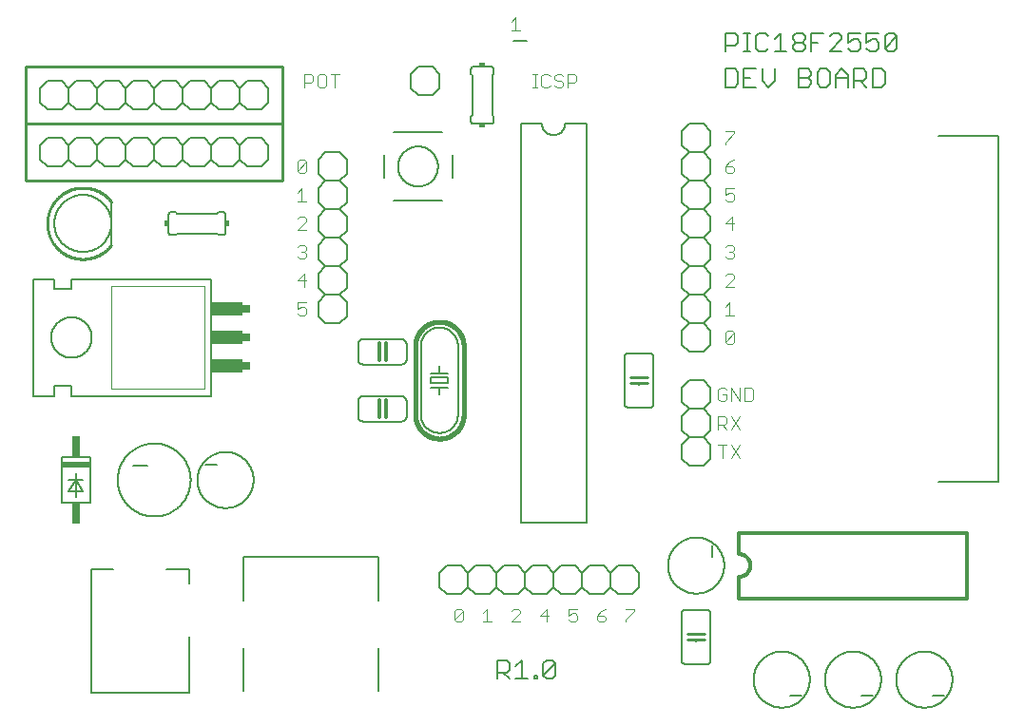
<source format=gto>
G75*
%MOIN*%
%OFA0B0*%
%FSLAX25Y25*%
%IPPOS*%
%LPD*%
%AMOC8*
5,1,8,0,0,1.08239X$1,22.5*
%
%ADD10C,0.00600*%
%ADD11C,0.00400*%
%ADD12C,0.01000*%
%ADD13C,0.00800*%
%ADD14C,0.01200*%
%ADD15R,0.10000X0.02000*%
%ADD16R,0.03000X0.07500*%
%ADD17C,0.00200*%
%ADD18R,0.02500X0.03000*%
%ADD19R,0.11000X0.05000*%
%ADD20R,0.01500X0.02000*%
%ADD21R,0.02000X0.01500*%
%ADD22C,0.01600*%
D10*
X0029300Y0093800D02*
X0039300Y0093800D01*
X0039300Y0109800D01*
X0029300Y0109800D01*
X0029300Y0093800D01*
X0031800Y0097800D02*
X0034300Y0101800D01*
X0031800Y0101800D01*
X0034300Y0101800D02*
X0036800Y0097800D01*
X0031800Y0097800D01*
X0034300Y0095800D02*
X0034300Y0101800D01*
X0036800Y0101800D01*
X0034300Y0101800D02*
X0034300Y0104300D01*
X0032800Y0131300D02*
X0032800Y0134800D01*
X0026800Y0134800D01*
X0026800Y0131300D01*
X0019300Y0131300D01*
X0019300Y0172300D01*
X0026800Y0172300D01*
X0026800Y0168800D01*
X0032800Y0168800D01*
X0032800Y0172300D01*
X0081800Y0172300D01*
X0081800Y0131300D01*
X0032800Y0131300D01*
X0025700Y0151800D02*
X0025702Y0151974D01*
X0025709Y0152148D01*
X0025719Y0152322D01*
X0025734Y0152496D01*
X0025753Y0152669D01*
X0025777Y0152842D01*
X0025805Y0153014D01*
X0025836Y0153185D01*
X0025873Y0153356D01*
X0025913Y0153525D01*
X0025957Y0153694D01*
X0026006Y0153861D01*
X0026058Y0154027D01*
X0026115Y0154192D01*
X0026176Y0154355D01*
X0026240Y0154517D01*
X0026309Y0154677D01*
X0026382Y0154836D01*
X0026458Y0154992D01*
X0026538Y0155147D01*
X0026622Y0155300D01*
X0026710Y0155450D01*
X0026802Y0155598D01*
X0026897Y0155745D01*
X0026995Y0155888D01*
X0027097Y0156029D01*
X0027203Y0156168D01*
X0027312Y0156304D01*
X0027424Y0156438D01*
X0027539Y0156568D01*
X0027658Y0156696D01*
X0027780Y0156820D01*
X0027904Y0156942D01*
X0028032Y0157061D01*
X0028162Y0157176D01*
X0028296Y0157288D01*
X0028432Y0157397D01*
X0028571Y0157503D01*
X0028712Y0157605D01*
X0028855Y0157703D01*
X0029002Y0157798D01*
X0029150Y0157890D01*
X0029300Y0157978D01*
X0029453Y0158062D01*
X0029608Y0158142D01*
X0029764Y0158218D01*
X0029923Y0158291D01*
X0030083Y0158360D01*
X0030245Y0158424D01*
X0030408Y0158485D01*
X0030573Y0158542D01*
X0030739Y0158594D01*
X0030906Y0158643D01*
X0031075Y0158687D01*
X0031244Y0158727D01*
X0031415Y0158764D01*
X0031586Y0158795D01*
X0031758Y0158823D01*
X0031931Y0158847D01*
X0032104Y0158866D01*
X0032278Y0158881D01*
X0032452Y0158891D01*
X0032626Y0158898D01*
X0032800Y0158900D01*
X0032974Y0158898D01*
X0033148Y0158891D01*
X0033322Y0158881D01*
X0033496Y0158866D01*
X0033669Y0158847D01*
X0033842Y0158823D01*
X0034014Y0158795D01*
X0034185Y0158764D01*
X0034356Y0158727D01*
X0034525Y0158687D01*
X0034694Y0158643D01*
X0034861Y0158594D01*
X0035027Y0158542D01*
X0035192Y0158485D01*
X0035355Y0158424D01*
X0035517Y0158360D01*
X0035677Y0158291D01*
X0035836Y0158218D01*
X0035992Y0158142D01*
X0036147Y0158062D01*
X0036300Y0157978D01*
X0036450Y0157890D01*
X0036598Y0157798D01*
X0036745Y0157703D01*
X0036888Y0157605D01*
X0037029Y0157503D01*
X0037168Y0157397D01*
X0037304Y0157288D01*
X0037438Y0157176D01*
X0037568Y0157061D01*
X0037696Y0156942D01*
X0037820Y0156820D01*
X0037942Y0156696D01*
X0038061Y0156568D01*
X0038176Y0156438D01*
X0038288Y0156304D01*
X0038397Y0156168D01*
X0038503Y0156029D01*
X0038605Y0155888D01*
X0038703Y0155745D01*
X0038798Y0155598D01*
X0038890Y0155450D01*
X0038978Y0155300D01*
X0039062Y0155147D01*
X0039142Y0154992D01*
X0039218Y0154836D01*
X0039291Y0154677D01*
X0039360Y0154517D01*
X0039424Y0154355D01*
X0039485Y0154192D01*
X0039542Y0154027D01*
X0039594Y0153861D01*
X0039643Y0153694D01*
X0039687Y0153525D01*
X0039727Y0153356D01*
X0039764Y0153185D01*
X0039795Y0153014D01*
X0039823Y0152842D01*
X0039847Y0152669D01*
X0039866Y0152496D01*
X0039881Y0152322D01*
X0039891Y0152148D01*
X0039898Y0151974D01*
X0039900Y0151800D01*
X0039898Y0151626D01*
X0039891Y0151452D01*
X0039881Y0151278D01*
X0039866Y0151104D01*
X0039847Y0150931D01*
X0039823Y0150758D01*
X0039795Y0150586D01*
X0039764Y0150415D01*
X0039727Y0150244D01*
X0039687Y0150075D01*
X0039643Y0149906D01*
X0039594Y0149739D01*
X0039542Y0149573D01*
X0039485Y0149408D01*
X0039424Y0149245D01*
X0039360Y0149083D01*
X0039291Y0148923D01*
X0039218Y0148764D01*
X0039142Y0148608D01*
X0039062Y0148453D01*
X0038978Y0148300D01*
X0038890Y0148150D01*
X0038798Y0148002D01*
X0038703Y0147855D01*
X0038605Y0147712D01*
X0038503Y0147571D01*
X0038397Y0147432D01*
X0038288Y0147296D01*
X0038176Y0147162D01*
X0038061Y0147032D01*
X0037942Y0146904D01*
X0037820Y0146780D01*
X0037696Y0146658D01*
X0037568Y0146539D01*
X0037438Y0146424D01*
X0037304Y0146312D01*
X0037168Y0146203D01*
X0037029Y0146097D01*
X0036888Y0145995D01*
X0036745Y0145897D01*
X0036598Y0145802D01*
X0036450Y0145710D01*
X0036300Y0145622D01*
X0036147Y0145538D01*
X0035992Y0145458D01*
X0035836Y0145382D01*
X0035677Y0145309D01*
X0035517Y0145240D01*
X0035355Y0145176D01*
X0035192Y0145115D01*
X0035027Y0145058D01*
X0034861Y0145006D01*
X0034694Y0144957D01*
X0034525Y0144913D01*
X0034356Y0144873D01*
X0034185Y0144836D01*
X0034014Y0144805D01*
X0033842Y0144777D01*
X0033669Y0144753D01*
X0033496Y0144734D01*
X0033322Y0144719D01*
X0033148Y0144709D01*
X0032974Y0144702D01*
X0032800Y0144700D01*
X0032626Y0144702D01*
X0032452Y0144709D01*
X0032278Y0144719D01*
X0032104Y0144734D01*
X0031931Y0144753D01*
X0031758Y0144777D01*
X0031586Y0144805D01*
X0031415Y0144836D01*
X0031244Y0144873D01*
X0031075Y0144913D01*
X0030906Y0144957D01*
X0030739Y0145006D01*
X0030573Y0145058D01*
X0030408Y0145115D01*
X0030245Y0145176D01*
X0030083Y0145240D01*
X0029923Y0145309D01*
X0029764Y0145382D01*
X0029608Y0145458D01*
X0029453Y0145538D01*
X0029300Y0145622D01*
X0029150Y0145710D01*
X0029002Y0145802D01*
X0028855Y0145897D01*
X0028712Y0145995D01*
X0028571Y0146097D01*
X0028432Y0146203D01*
X0028296Y0146312D01*
X0028162Y0146424D01*
X0028032Y0146539D01*
X0027904Y0146658D01*
X0027780Y0146780D01*
X0027658Y0146904D01*
X0027539Y0147032D01*
X0027424Y0147162D01*
X0027312Y0147296D01*
X0027203Y0147432D01*
X0027097Y0147571D01*
X0026995Y0147712D01*
X0026897Y0147855D01*
X0026802Y0148002D01*
X0026710Y0148150D01*
X0026622Y0148300D01*
X0026538Y0148453D01*
X0026458Y0148608D01*
X0026382Y0148764D01*
X0026309Y0148923D01*
X0026240Y0149083D01*
X0026176Y0149245D01*
X0026115Y0149408D01*
X0026058Y0149573D01*
X0026006Y0149739D01*
X0025957Y0149906D01*
X0025913Y0150075D01*
X0025873Y0150244D01*
X0025836Y0150415D01*
X0025805Y0150586D01*
X0025777Y0150758D01*
X0025753Y0150931D01*
X0025734Y0151104D01*
X0025719Y0151278D01*
X0025709Y0151452D01*
X0025702Y0151626D01*
X0025700Y0151800D01*
X0066800Y0188800D02*
X0066800Y0194800D01*
X0066802Y0194860D01*
X0066807Y0194921D01*
X0066816Y0194980D01*
X0066829Y0195039D01*
X0066845Y0195098D01*
X0066865Y0195155D01*
X0066888Y0195210D01*
X0066915Y0195265D01*
X0066944Y0195317D01*
X0066977Y0195368D01*
X0067013Y0195417D01*
X0067051Y0195463D01*
X0067093Y0195507D01*
X0067137Y0195549D01*
X0067183Y0195587D01*
X0067232Y0195623D01*
X0067283Y0195656D01*
X0067335Y0195685D01*
X0067390Y0195712D01*
X0067445Y0195735D01*
X0067502Y0195755D01*
X0067561Y0195771D01*
X0067620Y0195784D01*
X0067679Y0195793D01*
X0067740Y0195798D01*
X0067800Y0195800D01*
X0069300Y0195800D01*
X0069800Y0195300D01*
X0083800Y0195300D01*
X0084300Y0195800D01*
X0085800Y0195800D01*
X0085860Y0195798D01*
X0085921Y0195793D01*
X0085980Y0195784D01*
X0086039Y0195771D01*
X0086098Y0195755D01*
X0086155Y0195735D01*
X0086210Y0195712D01*
X0086265Y0195685D01*
X0086317Y0195656D01*
X0086368Y0195623D01*
X0086417Y0195587D01*
X0086463Y0195549D01*
X0086507Y0195507D01*
X0086549Y0195463D01*
X0086587Y0195417D01*
X0086623Y0195368D01*
X0086656Y0195317D01*
X0086685Y0195265D01*
X0086712Y0195210D01*
X0086735Y0195155D01*
X0086755Y0195098D01*
X0086771Y0195039D01*
X0086784Y0194980D01*
X0086793Y0194921D01*
X0086798Y0194860D01*
X0086800Y0194800D01*
X0086800Y0188800D01*
X0086798Y0188740D01*
X0086793Y0188679D01*
X0086784Y0188620D01*
X0086771Y0188561D01*
X0086755Y0188502D01*
X0086735Y0188445D01*
X0086712Y0188390D01*
X0086685Y0188335D01*
X0086656Y0188283D01*
X0086623Y0188232D01*
X0086587Y0188183D01*
X0086549Y0188137D01*
X0086507Y0188093D01*
X0086463Y0188051D01*
X0086417Y0188013D01*
X0086368Y0187977D01*
X0086317Y0187944D01*
X0086265Y0187915D01*
X0086210Y0187888D01*
X0086155Y0187865D01*
X0086098Y0187845D01*
X0086039Y0187829D01*
X0085980Y0187816D01*
X0085921Y0187807D01*
X0085860Y0187802D01*
X0085800Y0187800D01*
X0084300Y0187800D01*
X0083800Y0188300D01*
X0069800Y0188300D01*
X0069300Y0187800D01*
X0067800Y0187800D01*
X0067740Y0187802D01*
X0067679Y0187807D01*
X0067620Y0187816D01*
X0067561Y0187829D01*
X0067502Y0187845D01*
X0067445Y0187865D01*
X0067390Y0187888D01*
X0067335Y0187915D01*
X0067283Y0187944D01*
X0067232Y0187977D01*
X0067183Y0188013D01*
X0067137Y0188051D01*
X0067093Y0188093D01*
X0067051Y0188137D01*
X0067013Y0188183D01*
X0066977Y0188232D01*
X0066944Y0188283D01*
X0066915Y0188335D01*
X0066888Y0188390D01*
X0066865Y0188445D01*
X0066845Y0188502D01*
X0066829Y0188561D01*
X0066816Y0188620D01*
X0066807Y0188679D01*
X0066802Y0188740D01*
X0066800Y0188800D01*
X0064300Y0211800D02*
X0061800Y0214300D01*
X0059300Y0211800D01*
X0054300Y0211800D01*
X0051800Y0214300D01*
X0051800Y0219300D01*
X0054300Y0221800D01*
X0059300Y0221800D01*
X0061800Y0219300D01*
X0064300Y0221800D01*
X0069300Y0221800D01*
X0071800Y0219300D01*
X0074300Y0221800D01*
X0079300Y0221800D01*
X0081800Y0219300D01*
X0084300Y0221800D01*
X0089300Y0221800D01*
X0091800Y0219300D01*
X0094300Y0221800D01*
X0099300Y0221800D01*
X0101800Y0219300D01*
X0101800Y0214300D01*
X0099300Y0211800D01*
X0094300Y0211800D01*
X0091800Y0214300D01*
X0089300Y0211800D01*
X0084300Y0211800D01*
X0081800Y0214300D01*
X0081800Y0219300D01*
X0081800Y0214300D02*
X0079300Y0211800D01*
X0074300Y0211800D01*
X0071800Y0214300D01*
X0069300Y0211800D01*
X0064300Y0211800D01*
X0061800Y0214300D02*
X0061800Y0219300D01*
X0071800Y0219300D02*
X0071800Y0214300D01*
X0051800Y0214300D02*
X0049300Y0211800D01*
X0044300Y0211800D01*
X0041800Y0214300D01*
X0039300Y0211800D01*
X0034300Y0211800D01*
X0031800Y0214300D01*
X0029300Y0211800D01*
X0024300Y0211800D01*
X0021800Y0214300D01*
X0021800Y0219300D01*
X0024300Y0221800D01*
X0029300Y0221800D01*
X0031800Y0219300D01*
X0034300Y0221800D01*
X0039300Y0221800D01*
X0041800Y0219300D01*
X0044300Y0221800D01*
X0049300Y0221800D01*
X0051800Y0219300D01*
X0041800Y0219300D02*
X0041800Y0214300D01*
X0031800Y0214300D02*
X0031800Y0219300D01*
X0029300Y0231800D02*
X0024300Y0231800D01*
X0021800Y0234300D01*
X0021800Y0239300D01*
X0024300Y0241800D01*
X0029300Y0241800D01*
X0031800Y0239300D01*
X0034300Y0241800D01*
X0039300Y0241800D01*
X0041800Y0239300D01*
X0041800Y0234300D01*
X0039300Y0231800D01*
X0034300Y0231800D01*
X0031800Y0234300D01*
X0029300Y0231800D01*
X0031800Y0234300D02*
X0031800Y0239300D01*
X0041800Y0239300D02*
X0044300Y0241800D01*
X0049300Y0241800D01*
X0051800Y0239300D01*
X0054300Y0241800D01*
X0059300Y0241800D01*
X0061800Y0239300D01*
X0064300Y0241800D01*
X0069300Y0241800D01*
X0071800Y0239300D01*
X0071800Y0234300D01*
X0069300Y0231800D01*
X0064300Y0231800D01*
X0061800Y0234300D01*
X0059300Y0231800D01*
X0054300Y0231800D01*
X0051800Y0234300D01*
X0049300Y0231800D01*
X0044300Y0231800D01*
X0041800Y0234300D01*
X0051800Y0234300D02*
X0051800Y0239300D01*
X0061800Y0239300D02*
X0061800Y0234300D01*
X0071800Y0234300D02*
X0074300Y0231800D01*
X0079300Y0231800D01*
X0081800Y0234300D01*
X0084300Y0231800D01*
X0089300Y0231800D01*
X0091800Y0234300D01*
X0094300Y0231800D01*
X0099300Y0231800D01*
X0101800Y0234300D01*
X0101800Y0239300D01*
X0099300Y0241800D01*
X0094300Y0241800D01*
X0091800Y0239300D01*
X0091800Y0234300D01*
X0091800Y0239300D02*
X0089300Y0241800D01*
X0084300Y0241800D01*
X0081800Y0239300D01*
X0081800Y0234300D01*
X0081800Y0239300D02*
X0079300Y0241800D01*
X0074300Y0241800D01*
X0071800Y0239300D01*
X0091800Y0219300D02*
X0091800Y0214300D01*
X0119300Y0214300D02*
X0119300Y0209300D01*
X0121800Y0206800D01*
X0119300Y0204300D01*
X0119300Y0199300D01*
X0121800Y0196800D01*
X0126800Y0196800D01*
X0129300Y0199300D01*
X0129300Y0204300D01*
X0126800Y0206800D01*
X0121800Y0206800D01*
X0126800Y0206800D02*
X0129300Y0209300D01*
X0129300Y0214300D01*
X0126800Y0216800D01*
X0121800Y0216800D01*
X0119300Y0214300D01*
X0121800Y0196800D02*
X0119300Y0194300D01*
X0119300Y0189300D01*
X0121800Y0186800D01*
X0119300Y0184300D01*
X0119300Y0179300D01*
X0121800Y0176800D01*
X0119300Y0174300D01*
X0119300Y0169300D01*
X0121800Y0166800D01*
X0119300Y0164300D01*
X0119300Y0159300D01*
X0121800Y0156800D01*
X0126800Y0156800D01*
X0129300Y0159300D01*
X0129300Y0164300D01*
X0126800Y0166800D01*
X0121800Y0166800D01*
X0126800Y0166800D02*
X0129300Y0169300D01*
X0129300Y0174300D01*
X0126800Y0176800D01*
X0121800Y0176800D01*
X0126800Y0176800D02*
X0129300Y0179300D01*
X0129300Y0184300D01*
X0126800Y0186800D01*
X0121800Y0186800D01*
X0126800Y0186800D02*
X0129300Y0189300D01*
X0129300Y0194300D01*
X0126800Y0196800D01*
X0172800Y0227800D02*
X0172800Y0229300D01*
X0173300Y0229800D01*
X0173300Y0243800D01*
X0172800Y0244300D01*
X0172800Y0245800D01*
X0172802Y0245860D01*
X0172807Y0245921D01*
X0172816Y0245980D01*
X0172829Y0246039D01*
X0172845Y0246098D01*
X0172865Y0246155D01*
X0172888Y0246210D01*
X0172915Y0246265D01*
X0172944Y0246317D01*
X0172977Y0246368D01*
X0173013Y0246417D01*
X0173051Y0246463D01*
X0173093Y0246507D01*
X0173137Y0246549D01*
X0173183Y0246587D01*
X0173232Y0246623D01*
X0173283Y0246656D01*
X0173335Y0246685D01*
X0173390Y0246712D01*
X0173445Y0246735D01*
X0173502Y0246755D01*
X0173561Y0246771D01*
X0173620Y0246784D01*
X0173679Y0246793D01*
X0173740Y0246798D01*
X0173800Y0246800D01*
X0179800Y0246800D01*
X0179860Y0246798D01*
X0179921Y0246793D01*
X0179980Y0246784D01*
X0180039Y0246771D01*
X0180098Y0246755D01*
X0180155Y0246735D01*
X0180210Y0246712D01*
X0180265Y0246685D01*
X0180317Y0246656D01*
X0180368Y0246623D01*
X0180417Y0246587D01*
X0180463Y0246549D01*
X0180507Y0246507D01*
X0180549Y0246463D01*
X0180587Y0246417D01*
X0180623Y0246368D01*
X0180656Y0246317D01*
X0180685Y0246265D01*
X0180712Y0246210D01*
X0180735Y0246155D01*
X0180755Y0246098D01*
X0180771Y0246039D01*
X0180784Y0245980D01*
X0180793Y0245921D01*
X0180798Y0245860D01*
X0180800Y0245800D01*
X0180800Y0244300D01*
X0180300Y0243800D01*
X0180300Y0229800D01*
X0180800Y0229300D01*
X0180800Y0227800D01*
X0180798Y0227740D01*
X0180793Y0227679D01*
X0180784Y0227620D01*
X0180771Y0227561D01*
X0180755Y0227502D01*
X0180735Y0227445D01*
X0180712Y0227390D01*
X0180685Y0227335D01*
X0180656Y0227283D01*
X0180623Y0227232D01*
X0180587Y0227183D01*
X0180549Y0227137D01*
X0180507Y0227093D01*
X0180463Y0227051D01*
X0180417Y0227013D01*
X0180368Y0226977D01*
X0180317Y0226944D01*
X0180265Y0226915D01*
X0180210Y0226888D01*
X0180155Y0226865D01*
X0180098Y0226845D01*
X0180039Y0226829D01*
X0179980Y0226816D01*
X0179921Y0226807D01*
X0179860Y0226802D01*
X0179800Y0226800D01*
X0173800Y0226800D01*
X0173740Y0226802D01*
X0173679Y0226807D01*
X0173620Y0226816D01*
X0173561Y0226829D01*
X0173502Y0226845D01*
X0173445Y0226865D01*
X0173390Y0226888D01*
X0173335Y0226915D01*
X0173283Y0226944D01*
X0173232Y0226977D01*
X0173183Y0227013D01*
X0173137Y0227051D01*
X0173093Y0227093D01*
X0173051Y0227137D01*
X0173013Y0227183D01*
X0172977Y0227232D01*
X0172944Y0227283D01*
X0172915Y0227335D01*
X0172888Y0227390D01*
X0172865Y0227445D01*
X0172845Y0227502D01*
X0172829Y0227561D01*
X0172816Y0227620D01*
X0172807Y0227679D01*
X0172802Y0227740D01*
X0172800Y0227800D01*
X0161800Y0239300D02*
X0159300Y0236800D01*
X0154300Y0236800D01*
X0151800Y0239300D01*
X0151800Y0244300D01*
X0154300Y0246800D01*
X0159300Y0246800D01*
X0161800Y0244300D01*
X0161800Y0239300D01*
X0190300Y0226800D02*
X0197800Y0226800D01*
X0197802Y0226674D01*
X0197808Y0226549D01*
X0197818Y0226424D01*
X0197832Y0226299D01*
X0197849Y0226174D01*
X0197871Y0226050D01*
X0197896Y0225927D01*
X0197926Y0225805D01*
X0197959Y0225684D01*
X0197996Y0225564D01*
X0198036Y0225445D01*
X0198081Y0225328D01*
X0198129Y0225211D01*
X0198181Y0225097D01*
X0198236Y0224984D01*
X0198295Y0224873D01*
X0198357Y0224764D01*
X0198423Y0224657D01*
X0198492Y0224552D01*
X0198564Y0224449D01*
X0198639Y0224348D01*
X0198718Y0224250D01*
X0198800Y0224155D01*
X0198884Y0224062D01*
X0198972Y0223972D01*
X0199062Y0223884D01*
X0199155Y0223800D01*
X0199250Y0223718D01*
X0199348Y0223639D01*
X0199449Y0223564D01*
X0199552Y0223492D01*
X0199657Y0223423D01*
X0199764Y0223357D01*
X0199873Y0223295D01*
X0199984Y0223236D01*
X0200097Y0223181D01*
X0200211Y0223129D01*
X0200328Y0223081D01*
X0200445Y0223036D01*
X0200564Y0222996D01*
X0200684Y0222959D01*
X0200805Y0222926D01*
X0200927Y0222896D01*
X0201050Y0222871D01*
X0201174Y0222849D01*
X0201299Y0222832D01*
X0201424Y0222818D01*
X0201549Y0222808D01*
X0201674Y0222802D01*
X0201800Y0222800D01*
X0201926Y0222802D01*
X0202051Y0222808D01*
X0202176Y0222818D01*
X0202301Y0222832D01*
X0202426Y0222849D01*
X0202550Y0222871D01*
X0202673Y0222896D01*
X0202795Y0222926D01*
X0202916Y0222959D01*
X0203036Y0222996D01*
X0203155Y0223036D01*
X0203272Y0223081D01*
X0203389Y0223129D01*
X0203503Y0223181D01*
X0203616Y0223236D01*
X0203727Y0223295D01*
X0203836Y0223357D01*
X0203943Y0223423D01*
X0204048Y0223492D01*
X0204151Y0223564D01*
X0204252Y0223639D01*
X0204350Y0223718D01*
X0204445Y0223800D01*
X0204538Y0223884D01*
X0204628Y0223972D01*
X0204716Y0224062D01*
X0204800Y0224155D01*
X0204882Y0224250D01*
X0204961Y0224348D01*
X0205036Y0224449D01*
X0205108Y0224552D01*
X0205177Y0224657D01*
X0205243Y0224764D01*
X0205305Y0224873D01*
X0205364Y0224984D01*
X0205419Y0225097D01*
X0205471Y0225211D01*
X0205519Y0225328D01*
X0205564Y0225445D01*
X0205604Y0225564D01*
X0205641Y0225684D01*
X0205674Y0225805D01*
X0205704Y0225927D01*
X0205729Y0226050D01*
X0205751Y0226174D01*
X0205768Y0226299D01*
X0205782Y0226424D01*
X0205792Y0226549D01*
X0205798Y0226674D01*
X0205800Y0226800D01*
X0213300Y0226800D01*
X0213300Y0086800D01*
X0190300Y0086800D01*
X0190300Y0226800D01*
X0246800Y0224300D02*
X0246800Y0219300D01*
X0249300Y0216800D01*
X0254300Y0216800D01*
X0256800Y0219300D01*
X0256800Y0224300D01*
X0254300Y0226800D01*
X0249300Y0226800D01*
X0246800Y0224300D01*
X0249300Y0216800D02*
X0246800Y0214300D01*
X0246800Y0209300D01*
X0249300Y0206800D01*
X0254300Y0206800D01*
X0256800Y0209300D01*
X0256800Y0214300D01*
X0254300Y0216800D01*
X0254300Y0206800D02*
X0256800Y0204300D01*
X0256800Y0199300D01*
X0254300Y0196800D01*
X0256800Y0194300D01*
X0256800Y0189300D01*
X0254300Y0186800D01*
X0256800Y0184300D01*
X0256800Y0179300D01*
X0254300Y0176800D01*
X0256800Y0174300D01*
X0256800Y0169300D01*
X0254300Y0166800D01*
X0256800Y0164300D01*
X0256800Y0159300D01*
X0254300Y0156800D01*
X0256800Y0154300D01*
X0256800Y0149300D01*
X0254300Y0146800D01*
X0249300Y0146800D01*
X0246800Y0149300D01*
X0246800Y0154300D01*
X0249300Y0156800D01*
X0246800Y0159300D01*
X0246800Y0164300D01*
X0249300Y0166800D01*
X0254300Y0166800D01*
X0249300Y0166800D02*
X0246800Y0169300D01*
X0246800Y0174300D01*
X0249300Y0176800D01*
X0246800Y0179300D01*
X0246800Y0184300D01*
X0249300Y0186800D01*
X0246800Y0189300D01*
X0246800Y0194300D01*
X0249300Y0196800D01*
X0254300Y0196800D01*
X0249300Y0196800D02*
X0246800Y0199300D01*
X0246800Y0204300D01*
X0249300Y0206800D01*
X0249300Y0186800D02*
X0254300Y0186800D01*
X0254300Y0176800D02*
X0249300Y0176800D01*
X0249300Y0156800D02*
X0254300Y0156800D01*
X0236800Y0145300D02*
X0236800Y0128300D01*
X0236798Y0128240D01*
X0236793Y0128179D01*
X0236784Y0128120D01*
X0236771Y0128061D01*
X0236755Y0128002D01*
X0236735Y0127945D01*
X0236712Y0127890D01*
X0236685Y0127835D01*
X0236656Y0127783D01*
X0236623Y0127732D01*
X0236587Y0127683D01*
X0236549Y0127637D01*
X0236507Y0127593D01*
X0236463Y0127551D01*
X0236417Y0127513D01*
X0236368Y0127477D01*
X0236317Y0127444D01*
X0236265Y0127415D01*
X0236210Y0127388D01*
X0236155Y0127365D01*
X0236098Y0127345D01*
X0236039Y0127329D01*
X0235980Y0127316D01*
X0235921Y0127307D01*
X0235860Y0127302D01*
X0235800Y0127300D01*
X0227800Y0127300D01*
X0227740Y0127302D01*
X0227679Y0127307D01*
X0227620Y0127316D01*
X0227561Y0127329D01*
X0227502Y0127345D01*
X0227445Y0127365D01*
X0227390Y0127388D01*
X0227335Y0127415D01*
X0227283Y0127444D01*
X0227232Y0127477D01*
X0227183Y0127513D01*
X0227137Y0127551D01*
X0227093Y0127593D01*
X0227051Y0127637D01*
X0227013Y0127683D01*
X0226977Y0127732D01*
X0226944Y0127783D01*
X0226915Y0127835D01*
X0226888Y0127890D01*
X0226865Y0127945D01*
X0226845Y0128002D01*
X0226829Y0128061D01*
X0226816Y0128120D01*
X0226807Y0128179D01*
X0226802Y0128240D01*
X0226800Y0128300D01*
X0226800Y0145300D01*
X0226802Y0145360D01*
X0226807Y0145421D01*
X0226816Y0145480D01*
X0226829Y0145539D01*
X0226845Y0145598D01*
X0226865Y0145655D01*
X0226888Y0145710D01*
X0226915Y0145765D01*
X0226944Y0145817D01*
X0226977Y0145868D01*
X0227013Y0145917D01*
X0227051Y0145963D01*
X0227093Y0146007D01*
X0227137Y0146049D01*
X0227183Y0146087D01*
X0227232Y0146123D01*
X0227283Y0146156D01*
X0227335Y0146185D01*
X0227390Y0146212D01*
X0227445Y0146235D01*
X0227502Y0146255D01*
X0227561Y0146271D01*
X0227620Y0146284D01*
X0227679Y0146293D01*
X0227740Y0146298D01*
X0227800Y0146300D01*
X0235800Y0146300D01*
X0235860Y0146298D01*
X0235921Y0146293D01*
X0235980Y0146284D01*
X0236039Y0146271D01*
X0236098Y0146255D01*
X0236155Y0146235D01*
X0236210Y0146212D01*
X0236265Y0146185D01*
X0236317Y0146156D01*
X0236368Y0146123D01*
X0236417Y0146087D01*
X0236463Y0146049D01*
X0236507Y0146007D01*
X0236549Y0145963D01*
X0236587Y0145917D01*
X0236623Y0145868D01*
X0236656Y0145817D01*
X0236685Y0145765D01*
X0236712Y0145710D01*
X0236735Y0145655D01*
X0236755Y0145598D01*
X0236771Y0145539D01*
X0236784Y0145480D01*
X0236793Y0145421D01*
X0236798Y0145360D01*
X0236800Y0145300D01*
X0231800Y0138300D02*
X0231800Y0137800D01*
X0231800Y0135800D02*
X0231800Y0135300D01*
X0246800Y0134300D02*
X0246800Y0129300D01*
X0249300Y0126800D01*
X0254300Y0126800D01*
X0256800Y0129300D01*
X0256800Y0134300D01*
X0254300Y0136800D01*
X0249300Y0136800D01*
X0246800Y0134300D01*
X0249300Y0126800D02*
X0246800Y0124300D01*
X0246800Y0119300D01*
X0249300Y0116800D01*
X0254300Y0116800D01*
X0256800Y0119300D01*
X0256800Y0124300D01*
X0254300Y0126800D01*
X0254300Y0116800D02*
X0256800Y0114300D01*
X0256800Y0109300D01*
X0254300Y0106800D01*
X0249300Y0106800D01*
X0246800Y0109300D01*
X0246800Y0114300D01*
X0249300Y0116800D01*
X0229300Y0071800D02*
X0224300Y0071800D01*
X0221800Y0069300D01*
X0221800Y0064300D01*
X0224300Y0061800D01*
X0229300Y0061800D01*
X0231800Y0064300D01*
X0231800Y0069300D01*
X0229300Y0071800D01*
X0221800Y0069300D02*
X0219300Y0071800D01*
X0214300Y0071800D01*
X0211800Y0069300D01*
X0211800Y0064300D01*
X0209300Y0061800D01*
X0204300Y0061800D01*
X0201800Y0064300D01*
X0199300Y0061800D01*
X0194300Y0061800D01*
X0191800Y0064300D01*
X0189300Y0061800D01*
X0184300Y0061800D01*
X0181800Y0064300D01*
X0179300Y0061800D01*
X0174300Y0061800D01*
X0171800Y0064300D01*
X0169300Y0061800D01*
X0164300Y0061800D01*
X0161800Y0064300D01*
X0161800Y0069300D01*
X0164300Y0071800D01*
X0169300Y0071800D01*
X0171800Y0069300D01*
X0174300Y0071800D01*
X0179300Y0071800D01*
X0181800Y0069300D01*
X0181800Y0064300D01*
X0181800Y0069300D02*
X0184300Y0071800D01*
X0189300Y0071800D01*
X0191800Y0069300D01*
X0194300Y0071800D01*
X0199300Y0071800D01*
X0201800Y0069300D01*
X0204300Y0071800D01*
X0209300Y0071800D01*
X0211800Y0069300D01*
X0211800Y0064300D02*
X0214300Y0061800D01*
X0219300Y0061800D01*
X0221800Y0064300D01*
X0201800Y0064300D02*
X0201800Y0069300D01*
X0191800Y0069300D02*
X0191800Y0064300D01*
X0171800Y0064300D02*
X0171800Y0069300D01*
X0182100Y0038505D02*
X0185303Y0038505D01*
X0186370Y0037438D01*
X0186370Y0035303D01*
X0185303Y0034235D01*
X0182100Y0034235D01*
X0182100Y0032100D02*
X0182100Y0038505D01*
X0184235Y0034235D02*
X0186370Y0032100D01*
X0188545Y0032100D02*
X0192816Y0032100D01*
X0190681Y0032100D02*
X0190681Y0038505D01*
X0188545Y0036370D01*
X0194991Y0033168D02*
X0196059Y0033168D01*
X0196059Y0032100D01*
X0194991Y0032100D01*
X0194991Y0033168D01*
X0198214Y0033168D02*
X0202484Y0037438D01*
X0202484Y0033168D01*
X0201416Y0032100D01*
X0199281Y0032100D01*
X0198214Y0033168D01*
X0198214Y0037438D01*
X0199281Y0038505D01*
X0201416Y0038505D01*
X0202484Y0037438D01*
X0246800Y0038300D02*
X0246800Y0055300D01*
X0246802Y0055360D01*
X0246807Y0055421D01*
X0246816Y0055480D01*
X0246829Y0055539D01*
X0246845Y0055598D01*
X0246865Y0055655D01*
X0246888Y0055710D01*
X0246915Y0055765D01*
X0246944Y0055817D01*
X0246977Y0055868D01*
X0247013Y0055917D01*
X0247051Y0055963D01*
X0247093Y0056007D01*
X0247137Y0056049D01*
X0247183Y0056087D01*
X0247232Y0056123D01*
X0247283Y0056156D01*
X0247335Y0056185D01*
X0247390Y0056212D01*
X0247445Y0056235D01*
X0247502Y0056255D01*
X0247561Y0056271D01*
X0247620Y0056284D01*
X0247679Y0056293D01*
X0247740Y0056298D01*
X0247800Y0056300D01*
X0255800Y0056300D01*
X0255860Y0056298D01*
X0255921Y0056293D01*
X0255980Y0056284D01*
X0256039Y0056271D01*
X0256098Y0056255D01*
X0256155Y0056235D01*
X0256210Y0056212D01*
X0256265Y0056185D01*
X0256317Y0056156D01*
X0256368Y0056123D01*
X0256417Y0056087D01*
X0256463Y0056049D01*
X0256507Y0056007D01*
X0256549Y0055963D01*
X0256587Y0055917D01*
X0256623Y0055868D01*
X0256656Y0055817D01*
X0256685Y0055765D01*
X0256712Y0055710D01*
X0256735Y0055655D01*
X0256755Y0055598D01*
X0256771Y0055539D01*
X0256784Y0055480D01*
X0256793Y0055421D01*
X0256798Y0055360D01*
X0256800Y0055300D01*
X0256800Y0038300D01*
X0256798Y0038240D01*
X0256793Y0038179D01*
X0256784Y0038120D01*
X0256771Y0038061D01*
X0256755Y0038002D01*
X0256735Y0037945D01*
X0256712Y0037890D01*
X0256685Y0037835D01*
X0256656Y0037783D01*
X0256623Y0037732D01*
X0256587Y0037683D01*
X0256549Y0037637D01*
X0256507Y0037593D01*
X0256463Y0037551D01*
X0256417Y0037513D01*
X0256368Y0037477D01*
X0256317Y0037444D01*
X0256265Y0037415D01*
X0256210Y0037388D01*
X0256155Y0037365D01*
X0256098Y0037345D01*
X0256039Y0037329D01*
X0255980Y0037316D01*
X0255921Y0037307D01*
X0255860Y0037302D01*
X0255800Y0037300D01*
X0247800Y0037300D01*
X0247740Y0037302D01*
X0247679Y0037307D01*
X0247620Y0037316D01*
X0247561Y0037329D01*
X0247502Y0037345D01*
X0247445Y0037365D01*
X0247390Y0037388D01*
X0247335Y0037415D01*
X0247283Y0037444D01*
X0247232Y0037477D01*
X0247183Y0037513D01*
X0247137Y0037551D01*
X0247093Y0037593D01*
X0247051Y0037637D01*
X0247013Y0037683D01*
X0246977Y0037732D01*
X0246944Y0037783D01*
X0246915Y0037835D01*
X0246888Y0037890D01*
X0246865Y0037945D01*
X0246845Y0038002D01*
X0246829Y0038061D01*
X0246816Y0038120D01*
X0246807Y0038179D01*
X0246802Y0038240D01*
X0246800Y0038300D01*
X0251800Y0045300D02*
X0251800Y0045800D01*
X0251800Y0047800D02*
X0251800Y0048300D01*
X0168300Y0124800D02*
X0168300Y0148800D01*
X0168298Y0148960D01*
X0168292Y0149119D01*
X0168282Y0149278D01*
X0168269Y0149437D01*
X0168251Y0149596D01*
X0168230Y0149754D01*
X0168204Y0149911D01*
X0168175Y0150068D01*
X0168142Y0150224D01*
X0168105Y0150379D01*
X0168065Y0150534D01*
X0168020Y0150687D01*
X0167972Y0150839D01*
X0167920Y0150990D01*
X0167864Y0151139D01*
X0167805Y0151287D01*
X0167742Y0151434D01*
X0167676Y0151579D01*
X0167606Y0151722D01*
X0167532Y0151864D01*
X0167456Y0152004D01*
X0167375Y0152142D01*
X0167292Y0152277D01*
X0167205Y0152411D01*
X0167114Y0152543D01*
X0167021Y0152672D01*
X0166924Y0152799D01*
X0166825Y0152924D01*
X0166722Y0153046D01*
X0166616Y0153165D01*
X0166508Y0153282D01*
X0166396Y0153396D01*
X0166282Y0153508D01*
X0166165Y0153616D01*
X0166046Y0153722D01*
X0165924Y0153825D01*
X0165799Y0153924D01*
X0165672Y0154021D01*
X0165543Y0154114D01*
X0165411Y0154205D01*
X0165277Y0154292D01*
X0165142Y0154375D01*
X0165004Y0154456D01*
X0164864Y0154532D01*
X0164722Y0154606D01*
X0164579Y0154676D01*
X0164434Y0154742D01*
X0164287Y0154805D01*
X0164139Y0154864D01*
X0163990Y0154920D01*
X0163839Y0154972D01*
X0163687Y0155020D01*
X0163534Y0155065D01*
X0163379Y0155105D01*
X0163224Y0155142D01*
X0163068Y0155175D01*
X0162911Y0155204D01*
X0162754Y0155230D01*
X0162596Y0155251D01*
X0162437Y0155269D01*
X0162278Y0155282D01*
X0162119Y0155292D01*
X0161960Y0155298D01*
X0161800Y0155300D01*
X0161640Y0155298D01*
X0161481Y0155292D01*
X0161322Y0155282D01*
X0161163Y0155269D01*
X0161004Y0155251D01*
X0160846Y0155230D01*
X0160689Y0155204D01*
X0160532Y0155175D01*
X0160376Y0155142D01*
X0160221Y0155105D01*
X0160066Y0155065D01*
X0159913Y0155020D01*
X0159761Y0154972D01*
X0159610Y0154920D01*
X0159461Y0154864D01*
X0159313Y0154805D01*
X0159166Y0154742D01*
X0159021Y0154676D01*
X0158878Y0154606D01*
X0158736Y0154532D01*
X0158596Y0154456D01*
X0158458Y0154375D01*
X0158323Y0154292D01*
X0158189Y0154205D01*
X0158057Y0154114D01*
X0157928Y0154021D01*
X0157801Y0153924D01*
X0157676Y0153825D01*
X0157554Y0153722D01*
X0157435Y0153616D01*
X0157318Y0153508D01*
X0157204Y0153396D01*
X0157092Y0153282D01*
X0156984Y0153165D01*
X0156878Y0153046D01*
X0156775Y0152924D01*
X0156676Y0152799D01*
X0156579Y0152672D01*
X0156486Y0152543D01*
X0156395Y0152411D01*
X0156308Y0152277D01*
X0156225Y0152142D01*
X0156144Y0152004D01*
X0156068Y0151864D01*
X0155994Y0151722D01*
X0155924Y0151579D01*
X0155858Y0151434D01*
X0155795Y0151287D01*
X0155736Y0151139D01*
X0155680Y0150990D01*
X0155628Y0150839D01*
X0155580Y0150687D01*
X0155535Y0150534D01*
X0155495Y0150379D01*
X0155458Y0150224D01*
X0155425Y0150068D01*
X0155396Y0149911D01*
X0155370Y0149754D01*
X0155349Y0149596D01*
X0155331Y0149437D01*
X0155318Y0149278D01*
X0155308Y0149119D01*
X0155302Y0148960D01*
X0155300Y0148800D01*
X0155300Y0124800D01*
X0155302Y0124640D01*
X0155308Y0124481D01*
X0155318Y0124322D01*
X0155331Y0124163D01*
X0155349Y0124004D01*
X0155370Y0123846D01*
X0155396Y0123689D01*
X0155425Y0123532D01*
X0155458Y0123376D01*
X0155495Y0123221D01*
X0155535Y0123066D01*
X0155580Y0122913D01*
X0155628Y0122761D01*
X0155680Y0122610D01*
X0155736Y0122461D01*
X0155795Y0122313D01*
X0155858Y0122166D01*
X0155924Y0122021D01*
X0155994Y0121878D01*
X0156068Y0121736D01*
X0156144Y0121596D01*
X0156225Y0121458D01*
X0156308Y0121323D01*
X0156395Y0121189D01*
X0156486Y0121057D01*
X0156579Y0120928D01*
X0156676Y0120801D01*
X0156775Y0120676D01*
X0156878Y0120554D01*
X0156984Y0120435D01*
X0157092Y0120318D01*
X0157204Y0120204D01*
X0157318Y0120092D01*
X0157435Y0119984D01*
X0157554Y0119878D01*
X0157676Y0119775D01*
X0157801Y0119676D01*
X0157928Y0119579D01*
X0158057Y0119486D01*
X0158189Y0119395D01*
X0158323Y0119308D01*
X0158458Y0119225D01*
X0158596Y0119144D01*
X0158736Y0119068D01*
X0158878Y0118994D01*
X0159021Y0118924D01*
X0159166Y0118858D01*
X0159313Y0118795D01*
X0159461Y0118736D01*
X0159610Y0118680D01*
X0159761Y0118628D01*
X0159913Y0118580D01*
X0160066Y0118535D01*
X0160221Y0118495D01*
X0160376Y0118458D01*
X0160532Y0118425D01*
X0160689Y0118396D01*
X0160846Y0118370D01*
X0161004Y0118349D01*
X0161163Y0118331D01*
X0161322Y0118318D01*
X0161481Y0118308D01*
X0161640Y0118302D01*
X0161800Y0118300D01*
X0161960Y0118302D01*
X0162119Y0118308D01*
X0162278Y0118318D01*
X0162437Y0118331D01*
X0162596Y0118349D01*
X0162754Y0118370D01*
X0162911Y0118396D01*
X0163068Y0118425D01*
X0163224Y0118458D01*
X0163379Y0118495D01*
X0163534Y0118535D01*
X0163687Y0118580D01*
X0163839Y0118628D01*
X0163990Y0118680D01*
X0164139Y0118736D01*
X0164287Y0118795D01*
X0164434Y0118858D01*
X0164579Y0118924D01*
X0164722Y0118994D01*
X0164864Y0119068D01*
X0165004Y0119144D01*
X0165142Y0119225D01*
X0165277Y0119308D01*
X0165411Y0119395D01*
X0165543Y0119486D01*
X0165672Y0119579D01*
X0165799Y0119676D01*
X0165924Y0119775D01*
X0166046Y0119878D01*
X0166165Y0119984D01*
X0166282Y0120092D01*
X0166396Y0120204D01*
X0166508Y0120318D01*
X0166616Y0120435D01*
X0166722Y0120554D01*
X0166825Y0120676D01*
X0166924Y0120801D01*
X0167021Y0120928D01*
X0167114Y0121057D01*
X0167205Y0121189D01*
X0167292Y0121323D01*
X0167375Y0121458D01*
X0167456Y0121596D01*
X0167532Y0121736D01*
X0167606Y0121878D01*
X0167676Y0122021D01*
X0167742Y0122166D01*
X0167805Y0122313D01*
X0167864Y0122461D01*
X0167920Y0122610D01*
X0167972Y0122761D01*
X0168020Y0122913D01*
X0168065Y0123066D01*
X0168105Y0123221D01*
X0168142Y0123376D01*
X0168175Y0123532D01*
X0168204Y0123689D01*
X0168230Y0123846D01*
X0168251Y0124004D01*
X0168269Y0124163D01*
X0168282Y0124322D01*
X0168292Y0124481D01*
X0168298Y0124640D01*
X0168300Y0124800D01*
X0161800Y0131800D02*
X0161800Y0134300D01*
X0164800Y0134300D01*
X0164800Y0135800D02*
X0158800Y0135800D01*
X0158800Y0137800D01*
X0164800Y0137800D01*
X0164800Y0135800D01*
X0161800Y0134300D02*
X0158800Y0134300D01*
X0158800Y0139300D02*
X0161800Y0139300D01*
X0161800Y0141800D01*
X0161800Y0139300D02*
X0164800Y0139300D01*
X0150300Y0144300D02*
X0150300Y0149300D01*
X0150298Y0149387D01*
X0150292Y0149474D01*
X0150283Y0149561D01*
X0150270Y0149647D01*
X0150253Y0149733D01*
X0150232Y0149818D01*
X0150207Y0149901D01*
X0150179Y0149984D01*
X0150148Y0150065D01*
X0150113Y0150145D01*
X0150074Y0150223D01*
X0150032Y0150300D01*
X0149987Y0150375D01*
X0149938Y0150447D01*
X0149887Y0150518D01*
X0149832Y0150586D01*
X0149775Y0150651D01*
X0149714Y0150714D01*
X0149651Y0150775D01*
X0149586Y0150832D01*
X0149518Y0150887D01*
X0149447Y0150938D01*
X0149375Y0150987D01*
X0149300Y0151032D01*
X0149223Y0151074D01*
X0149145Y0151113D01*
X0149065Y0151148D01*
X0148984Y0151179D01*
X0148901Y0151207D01*
X0148818Y0151232D01*
X0148733Y0151253D01*
X0148647Y0151270D01*
X0148561Y0151283D01*
X0148474Y0151292D01*
X0148387Y0151298D01*
X0148300Y0151300D01*
X0135300Y0151300D01*
X0135213Y0151298D01*
X0135126Y0151292D01*
X0135039Y0151283D01*
X0134953Y0151270D01*
X0134867Y0151253D01*
X0134782Y0151232D01*
X0134699Y0151207D01*
X0134616Y0151179D01*
X0134535Y0151148D01*
X0134455Y0151113D01*
X0134377Y0151074D01*
X0134300Y0151032D01*
X0134225Y0150987D01*
X0134153Y0150938D01*
X0134082Y0150887D01*
X0134014Y0150832D01*
X0133949Y0150775D01*
X0133886Y0150714D01*
X0133825Y0150651D01*
X0133768Y0150586D01*
X0133713Y0150518D01*
X0133662Y0150447D01*
X0133613Y0150375D01*
X0133568Y0150300D01*
X0133526Y0150223D01*
X0133487Y0150145D01*
X0133452Y0150065D01*
X0133421Y0149984D01*
X0133393Y0149901D01*
X0133368Y0149818D01*
X0133347Y0149733D01*
X0133330Y0149647D01*
X0133317Y0149561D01*
X0133308Y0149474D01*
X0133302Y0149387D01*
X0133300Y0149300D01*
X0133300Y0144300D01*
X0133302Y0144213D01*
X0133308Y0144126D01*
X0133317Y0144039D01*
X0133330Y0143953D01*
X0133347Y0143867D01*
X0133368Y0143782D01*
X0133393Y0143699D01*
X0133421Y0143616D01*
X0133452Y0143535D01*
X0133487Y0143455D01*
X0133526Y0143377D01*
X0133568Y0143300D01*
X0133613Y0143225D01*
X0133662Y0143153D01*
X0133713Y0143082D01*
X0133768Y0143014D01*
X0133825Y0142949D01*
X0133886Y0142886D01*
X0133949Y0142825D01*
X0134014Y0142768D01*
X0134082Y0142713D01*
X0134153Y0142662D01*
X0134225Y0142613D01*
X0134300Y0142568D01*
X0134377Y0142526D01*
X0134455Y0142487D01*
X0134535Y0142452D01*
X0134616Y0142421D01*
X0134699Y0142393D01*
X0134782Y0142368D01*
X0134867Y0142347D01*
X0134953Y0142330D01*
X0135039Y0142317D01*
X0135126Y0142308D01*
X0135213Y0142302D01*
X0135300Y0142300D01*
X0148300Y0142300D01*
X0148387Y0142302D01*
X0148474Y0142308D01*
X0148561Y0142317D01*
X0148647Y0142330D01*
X0148733Y0142347D01*
X0148818Y0142368D01*
X0148901Y0142393D01*
X0148984Y0142421D01*
X0149065Y0142452D01*
X0149145Y0142487D01*
X0149223Y0142526D01*
X0149300Y0142568D01*
X0149375Y0142613D01*
X0149447Y0142662D01*
X0149518Y0142713D01*
X0149586Y0142768D01*
X0149651Y0142825D01*
X0149714Y0142886D01*
X0149775Y0142949D01*
X0149832Y0143014D01*
X0149887Y0143082D01*
X0149938Y0143153D01*
X0149987Y0143225D01*
X0150032Y0143300D01*
X0150074Y0143377D01*
X0150113Y0143455D01*
X0150148Y0143535D01*
X0150179Y0143616D01*
X0150207Y0143699D01*
X0150232Y0143782D01*
X0150253Y0143867D01*
X0150270Y0143953D01*
X0150283Y0144039D01*
X0150292Y0144126D01*
X0150298Y0144213D01*
X0150300Y0144300D01*
X0148300Y0131300D02*
X0135300Y0131300D01*
X0135213Y0131298D01*
X0135126Y0131292D01*
X0135039Y0131283D01*
X0134953Y0131270D01*
X0134867Y0131253D01*
X0134782Y0131232D01*
X0134699Y0131207D01*
X0134616Y0131179D01*
X0134535Y0131148D01*
X0134455Y0131113D01*
X0134377Y0131074D01*
X0134300Y0131032D01*
X0134225Y0130987D01*
X0134153Y0130938D01*
X0134082Y0130887D01*
X0134014Y0130832D01*
X0133949Y0130775D01*
X0133886Y0130714D01*
X0133825Y0130651D01*
X0133768Y0130586D01*
X0133713Y0130518D01*
X0133662Y0130447D01*
X0133613Y0130375D01*
X0133568Y0130300D01*
X0133526Y0130223D01*
X0133487Y0130145D01*
X0133452Y0130065D01*
X0133421Y0129984D01*
X0133393Y0129901D01*
X0133368Y0129818D01*
X0133347Y0129733D01*
X0133330Y0129647D01*
X0133317Y0129561D01*
X0133308Y0129474D01*
X0133302Y0129387D01*
X0133300Y0129300D01*
X0133300Y0124300D01*
X0133302Y0124213D01*
X0133308Y0124126D01*
X0133317Y0124039D01*
X0133330Y0123953D01*
X0133347Y0123867D01*
X0133368Y0123782D01*
X0133393Y0123699D01*
X0133421Y0123616D01*
X0133452Y0123535D01*
X0133487Y0123455D01*
X0133526Y0123377D01*
X0133568Y0123300D01*
X0133613Y0123225D01*
X0133662Y0123153D01*
X0133713Y0123082D01*
X0133768Y0123014D01*
X0133825Y0122949D01*
X0133886Y0122886D01*
X0133949Y0122825D01*
X0134014Y0122768D01*
X0134082Y0122713D01*
X0134153Y0122662D01*
X0134225Y0122613D01*
X0134300Y0122568D01*
X0134377Y0122526D01*
X0134455Y0122487D01*
X0134535Y0122452D01*
X0134616Y0122421D01*
X0134699Y0122393D01*
X0134782Y0122368D01*
X0134867Y0122347D01*
X0134953Y0122330D01*
X0135039Y0122317D01*
X0135126Y0122308D01*
X0135213Y0122302D01*
X0135300Y0122300D01*
X0148300Y0122300D01*
X0148387Y0122302D01*
X0148474Y0122308D01*
X0148561Y0122317D01*
X0148647Y0122330D01*
X0148733Y0122347D01*
X0148818Y0122368D01*
X0148901Y0122393D01*
X0148984Y0122421D01*
X0149065Y0122452D01*
X0149145Y0122487D01*
X0149223Y0122526D01*
X0149300Y0122568D01*
X0149375Y0122613D01*
X0149447Y0122662D01*
X0149518Y0122713D01*
X0149586Y0122768D01*
X0149651Y0122825D01*
X0149714Y0122886D01*
X0149775Y0122949D01*
X0149832Y0123014D01*
X0149887Y0123082D01*
X0149938Y0123153D01*
X0149987Y0123225D01*
X0150032Y0123300D01*
X0150074Y0123377D01*
X0150113Y0123455D01*
X0150148Y0123535D01*
X0150179Y0123616D01*
X0150207Y0123699D01*
X0150232Y0123782D01*
X0150253Y0123867D01*
X0150270Y0123953D01*
X0150283Y0124039D01*
X0150292Y0124126D01*
X0150298Y0124213D01*
X0150300Y0124300D01*
X0150300Y0129300D01*
X0150298Y0129387D01*
X0150292Y0129474D01*
X0150283Y0129561D01*
X0150270Y0129647D01*
X0150253Y0129733D01*
X0150232Y0129818D01*
X0150207Y0129901D01*
X0150179Y0129984D01*
X0150148Y0130065D01*
X0150113Y0130145D01*
X0150074Y0130223D01*
X0150032Y0130300D01*
X0149987Y0130375D01*
X0149938Y0130447D01*
X0149887Y0130518D01*
X0149832Y0130586D01*
X0149775Y0130651D01*
X0149714Y0130714D01*
X0149651Y0130775D01*
X0149586Y0130832D01*
X0149518Y0130887D01*
X0149447Y0130938D01*
X0149375Y0130987D01*
X0149300Y0131032D01*
X0149223Y0131074D01*
X0149145Y0131113D01*
X0149065Y0131148D01*
X0148984Y0131179D01*
X0148901Y0131207D01*
X0148818Y0131232D01*
X0148733Y0131253D01*
X0148647Y0131270D01*
X0148561Y0131283D01*
X0148474Y0131292D01*
X0148387Y0131298D01*
X0148300Y0131300D01*
X0026800Y0191800D02*
X0026803Y0192045D01*
X0026812Y0192291D01*
X0026827Y0192536D01*
X0026848Y0192780D01*
X0026875Y0193024D01*
X0026908Y0193267D01*
X0026947Y0193510D01*
X0026992Y0193751D01*
X0027043Y0193991D01*
X0027100Y0194230D01*
X0027162Y0194467D01*
X0027231Y0194703D01*
X0027305Y0194937D01*
X0027385Y0195169D01*
X0027470Y0195399D01*
X0027561Y0195627D01*
X0027658Y0195852D01*
X0027760Y0196076D01*
X0027868Y0196296D01*
X0027981Y0196514D01*
X0028099Y0196729D01*
X0028223Y0196941D01*
X0028351Y0197150D01*
X0028485Y0197356D01*
X0028624Y0197558D01*
X0028768Y0197757D01*
X0028917Y0197952D01*
X0029070Y0198144D01*
X0029228Y0198332D01*
X0029390Y0198516D01*
X0029558Y0198695D01*
X0029729Y0198871D01*
X0029905Y0199042D01*
X0030084Y0199210D01*
X0030268Y0199372D01*
X0030456Y0199530D01*
X0030648Y0199683D01*
X0030843Y0199832D01*
X0031042Y0199976D01*
X0031244Y0200115D01*
X0031450Y0200249D01*
X0031659Y0200377D01*
X0031871Y0200501D01*
X0032086Y0200619D01*
X0032304Y0200732D01*
X0032524Y0200840D01*
X0032748Y0200942D01*
X0032973Y0201039D01*
X0033201Y0201130D01*
X0033431Y0201215D01*
X0033663Y0201295D01*
X0033897Y0201369D01*
X0034133Y0201438D01*
X0034370Y0201500D01*
X0034609Y0201557D01*
X0034849Y0201608D01*
X0035090Y0201653D01*
X0035333Y0201692D01*
X0035576Y0201725D01*
X0035820Y0201752D01*
X0036064Y0201773D01*
X0036309Y0201788D01*
X0036555Y0201797D01*
X0036800Y0201800D01*
X0037045Y0201797D01*
X0037291Y0201788D01*
X0037536Y0201773D01*
X0037780Y0201752D01*
X0038024Y0201725D01*
X0038267Y0201692D01*
X0038510Y0201653D01*
X0038751Y0201608D01*
X0038991Y0201557D01*
X0039230Y0201500D01*
X0039467Y0201438D01*
X0039703Y0201369D01*
X0039937Y0201295D01*
X0040169Y0201215D01*
X0040399Y0201130D01*
X0040627Y0201039D01*
X0040852Y0200942D01*
X0041076Y0200840D01*
X0041296Y0200732D01*
X0041514Y0200619D01*
X0041729Y0200501D01*
X0041941Y0200377D01*
X0042150Y0200249D01*
X0042356Y0200115D01*
X0042558Y0199976D01*
X0042757Y0199832D01*
X0042952Y0199683D01*
X0043144Y0199530D01*
X0043332Y0199372D01*
X0043516Y0199210D01*
X0043695Y0199042D01*
X0043871Y0198871D01*
X0044042Y0198695D01*
X0044210Y0198516D01*
X0044372Y0198332D01*
X0044530Y0198144D01*
X0044683Y0197952D01*
X0044832Y0197757D01*
X0044976Y0197558D01*
X0045115Y0197356D01*
X0045249Y0197150D01*
X0045377Y0196941D01*
X0045501Y0196729D01*
X0045619Y0196514D01*
X0045732Y0196296D01*
X0045840Y0196076D01*
X0045942Y0195852D01*
X0046039Y0195627D01*
X0046130Y0195399D01*
X0046215Y0195169D01*
X0046295Y0194937D01*
X0046369Y0194703D01*
X0046438Y0194467D01*
X0046500Y0194230D01*
X0046557Y0193991D01*
X0046608Y0193751D01*
X0046653Y0193510D01*
X0046692Y0193267D01*
X0046725Y0193024D01*
X0046752Y0192780D01*
X0046773Y0192536D01*
X0046788Y0192291D01*
X0046797Y0192045D01*
X0046800Y0191800D01*
X0046797Y0191555D01*
X0046788Y0191309D01*
X0046773Y0191064D01*
X0046752Y0190820D01*
X0046725Y0190576D01*
X0046692Y0190333D01*
X0046653Y0190090D01*
X0046608Y0189849D01*
X0046557Y0189609D01*
X0046500Y0189370D01*
X0046438Y0189133D01*
X0046369Y0188897D01*
X0046295Y0188663D01*
X0046215Y0188431D01*
X0046130Y0188201D01*
X0046039Y0187973D01*
X0045942Y0187748D01*
X0045840Y0187524D01*
X0045732Y0187304D01*
X0045619Y0187086D01*
X0045501Y0186871D01*
X0045377Y0186659D01*
X0045249Y0186450D01*
X0045115Y0186244D01*
X0044976Y0186042D01*
X0044832Y0185843D01*
X0044683Y0185648D01*
X0044530Y0185456D01*
X0044372Y0185268D01*
X0044210Y0185084D01*
X0044042Y0184905D01*
X0043871Y0184729D01*
X0043695Y0184558D01*
X0043516Y0184390D01*
X0043332Y0184228D01*
X0043144Y0184070D01*
X0042952Y0183917D01*
X0042757Y0183768D01*
X0042558Y0183624D01*
X0042356Y0183485D01*
X0042150Y0183351D01*
X0041941Y0183223D01*
X0041729Y0183099D01*
X0041514Y0182981D01*
X0041296Y0182868D01*
X0041076Y0182760D01*
X0040852Y0182658D01*
X0040627Y0182561D01*
X0040399Y0182470D01*
X0040169Y0182385D01*
X0039937Y0182305D01*
X0039703Y0182231D01*
X0039467Y0182162D01*
X0039230Y0182100D01*
X0038991Y0182043D01*
X0038751Y0181992D01*
X0038510Y0181947D01*
X0038267Y0181908D01*
X0038024Y0181875D01*
X0037780Y0181848D01*
X0037536Y0181827D01*
X0037291Y0181812D01*
X0037045Y0181803D01*
X0036800Y0181800D01*
X0036555Y0181803D01*
X0036309Y0181812D01*
X0036064Y0181827D01*
X0035820Y0181848D01*
X0035576Y0181875D01*
X0035333Y0181908D01*
X0035090Y0181947D01*
X0034849Y0181992D01*
X0034609Y0182043D01*
X0034370Y0182100D01*
X0034133Y0182162D01*
X0033897Y0182231D01*
X0033663Y0182305D01*
X0033431Y0182385D01*
X0033201Y0182470D01*
X0032973Y0182561D01*
X0032748Y0182658D01*
X0032524Y0182760D01*
X0032304Y0182868D01*
X0032086Y0182981D01*
X0031871Y0183099D01*
X0031659Y0183223D01*
X0031450Y0183351D01*
X0031244Y0183485D01*
X0031042Y0183624D01*
X0030843Y0183768D01*
X0030648Y0183917D01*
X0030456Y0184070D01*
X0030268Y0184228D01*
X0030084Y0184390D01*
X0029905Y0184558D01*
X0029729Y0184729D01*
X0029558Y0184905D01*
X0029390Y0185084D01*
X0029228Y0185268D01*
X0029070Y0185456D01*
X0028917Y0185648D01*
X0028768Y0185843D01*
X0028624Y0186042D01*
X0028485Y0186244D01*
X0028351Y0186450D01*
X0028223Y0186659D01*
X0028099Y0186871D01*
X0027981Y0187086D01*
X0027868Y0187304D01*
X0027760Y0187524D01*
X0027658Y0187748D01*
X0027561Y0187973D01*
X0027470Y0188201D01*
X0027385Y0188431D01*
X0027305Y0188663D01*
X0027231Y0188897D01*
X0027162Y0189133D01*
X0027100Y0189370D01*
X0027043Y0189609D01*
X0026992Y0189849D01*
X0026947Y0190090D01*
X0026908Y0190333D01*
X0026875Y0190576D01*
X0026848Y0190820D01*
X0026827Y0191064D01*
X0026812Y0191309D01*
X0026803Y0191555D01*
X0026800Y0191800D01*
X0262100Y0239600D02*
X0265303Y0239600D01*
X0266370Y0240668D01*
X0266370Y0244938D01*
X0265303Y0246005D01*
X0262100Y0246005D01*
X0262100Y0239600D01*
X0268545Y0239600D02*
X0272816Y0239600D01*
X0274991Y0241735D02*
X0277126Y0239600D01*
X0279261Y0241735D01*
X0279261Y0246005D01*
X0274991Y0246005D02*
X0274991Y0241735D01*
X0270681Y0242803D02*
X0268545Y0242803D01*
X0268545Y0246005D02*
X0268545Y0239600D01*
X0268545Y0246005D02*
X0272816Y0246005D01*
X0273910Y0252100D02*
X0276045Y0252100D01*
X0277113Y0253168D01*
X0279288Y0252100D02*
X0283558Y0252100D01*
X0281423Y0252100D02*
X0281423Y0258505D01*
X0279288Y0256370D01*
X0277113Y0257438D02*
X0276045Y0258505D01*
X0273910Y0258505D01*
X0272842Y0257438D01*
X0272842Y0253168D01*
X0273910Y0252100D01*
X0270681Y0252100D02*
X0268545Y0252100D01*
X0269613Y0252100D02*
X0269613Y0258505D01*
X0268545Y0258505D02*
X0270681Y0258505D01*
X0266370Y0257438D02*
X0266370Y0255303D01*
X0265303Y0254235D01*
X0262100Y0254235D01*
X0262100Y0252100D02*
X0262100Y0258505D01*
X0265303Y0258505D01*
X0266370Y0257438D01*
X0285733Y0257438D02*
X0285733Y0256370D01*
X0286801Y0255303D01*
X0288936Y0255303D01*
X0290004Y0254235D01*
X0290004Y0253168D01*
X0288936Y0252100D01*
X0286801Y0252100D01*
X0285733Y0253168D01*
X0285733Y0254235D01*
X0286801Y0255303D01*
X0288936Y0255303D02*
X0290004Y0256370D01*
X0290004Y0257438D01*
X0288936Y0258505D01*
X0286801Y0258505D01*
X0285733Y0257438D01*
X0292179Y0258505D02*
X0292179Y0252100D01*
X0298624Y0252100D02*
X0302895Y0256370D01*
X0302895Y0257438D01*
X0301827Y0258505D01*
X0299692Y0258505D01*
X0298624Y0257438D01*
X0296449Y0258505D02*
X0292179Y0258505D01*
X0292179Y0255303D02*
X0294314Y0255303D01*
X0298624Y0252100D02*
X0302895Y0252100D01*
X0305070Y0253168D02*
X0306138Y0252100D01*
X0308273Y0252100D01*
X0309340Y0253168D01*
X0309340Y0255303D01*
X0308273Y0256370D01*
X0307205Y0256370D01*
X0305070Y0255303D01*
X0305070Y0258505D01*
X0309340Y0258505D01*
X0311515Y0258505D02*
X0311515Y0255303D01*
X0313651Y0256370D01*
X0314718Y0256370D01*
X0315786Y0255303D01*
X0315786Y0253168D01*
X0314718Y0252100D01*
X0312583Y0252100D01*
X0311515Y0253168D01*
X0317961Y0253168D02*
X0317961Y0257438D01*
X0319029Y0258505D01*
X0321164Y0258505D01*
X0322231Y0257438D01*
X0317961Y0253168D01*
X0319029Y0252100D01*
X0321164Y0252100D01*
X0322231Y0253168D01*
X0322231Y0257438D01*
X0315786Y0258505D02*
X0311515Y0258505D01*
X0310421Y0246005D02*
X0311489Y0244938D01*
X0311489Y0242803D01*
X0310421Y0241735D01*
X0307218Y0241735D01*
X0307218Y0239600D02*
X0307218Y0246005D01*
X0310421Y0246005D01*
X0313664Y0246005D02*
X0316867Y0246005D01*
X0317934Y0244938D01*
X0317934Y0240668D01*
X0316867Y0239600D01*
X0313664Y0239600D01*
X0313664Y0246005D01*
X0309354Y0241735D02*
X0311489Y0239600D01*
X0305043Y0239600D02*
X0305043Y0243870D01*
X0302908Y0246005D01*
X0300773Y0243870D01*
X0300773Y0239600D01*
X0298598Y0240668D02*
X0298598Y0244938D01*
X0297530Y0246005D01*
X0295395Y0246005D01*
X0294327Y0244938D01*
X0294327Y0240668D01*
X0295395Y0239600D01*
X0297530Y0239600D01*
X0298598Y0240668D01*
X0300773Y0242803D02*
X0305043Y0242803D01*
X0292152Y0243870D02*
X0291085Y0242803D01*
X0287882Y0242803D01*
X0287882Y0246005D02*
X0287882Y0239600D01*
X0291085Y0239600D01*
X0292152Y0240668D01*
X0292152Y0241735D01*
X0291085Y0242803D01*
X0292152Y0243870D02*
X0292152Y0244938D01*
X0291085Y0246005D01*
X0287882Y0246005D01*
D11*
X0265069Y0224104D02*
X0262000Y0224104D01*
X0265069Y0224104D02*
X0265069Y0223337D01*
X0262000Y0220267D01*
X0262000Y0219500D01*
X0265069Y0214104D02*
X0263535Y0213337D01*
X0262000Y0211802D01*
X0264302Y0211802D01*
X0265069Y0211035D01*
X0265069Y0210267D01*
X0264302Y0209500D01*
X0262767Y0209500D01*
X0262000Y0210267D01*
X0262000Y0211802D01*
X0262000Y0204104D02*
X0262000Y0201802D01*
X0263535Y0202569D01*
X0264302Y0202569D01*
X0265069Y0201802D01*
X0265069Y0200267D01*
X0264302Y0199500D01*
X0262767Y0199500D01*
X0262000Y0200267D01*
X0262000Y0204104D02*
X0265069Y0204104D01*
X0264302Y0194104D02*
X0262000Y0191802D01*
X0265069Y0191802D01*
X0264302Y0189500D02*
X0264302Y0194104D01*
X0264302Y0184104D02*
X0265069Y0183337D01*
X0265069Y0182569D01*
X0264302Y0181802D01*
X0265069Y0181035D01*
X0265069Y0180267D01*
X0264302Y0179500D01*
X0262767Y0179500D01*
X0262000Y0180267D01*
X0263535Y0181802D02*
X0264302Y0181802D01*
X0264302Y0184104D02*
X0262767Y0184104D01*
X0262000Y0183337D01*
X0262767Y0174104D02*
X0262000Y0173337D01*
X0262767Y0174104D02*
X0264302Y0174104D01*
X0265069Y0173337D01*
X0265069Y0172569D01*
X0262000Y0169500D01*
X0265069Y0169500D01*
X0263535Y0164104D02*
X0263535Y0159500D01*
X0265069Y0159500D02*
X0262000Y0159500D01*
X0262000Y0162569D02*
X0263535Y0164104D01*
X0264302Y0154104D02*
X0265069Y0153337D01*
X0262000Y0150267D01*
X0262767Y0149500D01*
X0264302Y0149500D01*
X0265069Y0150267D01*
X0265069Y0153337D01*
X0264302Y0154104D02*
X0262767Y0154104D01*
X0262000Y0153337D01*
X0262000Y0150267D01*
X0261802Y0134104D02*
X0260267Y0134104D01*
X0259500Y0133337D01*
X0259500Y0130267D01*
X0260267Y0129500D01*
X0261802Y0129500D01*
X0262569Y0130267D01*
X0262569Y0131802D01*
X0261035Y0131802D01*
X0262569Y0133337D02*
X0261802Y0134104D01*
X0264104Y0134104D02*
X0267173Y0129500D01*
X0267173Y0134104D01*
X0268708Y0134104D02*
X0271010Y0134104D01*
X0271777Y0133337D01*
X0271777Y0130267D01*
X0271010Y0129500D01*
X0268708Y0129500D01*
X0268708Y0134104D01*
X0264104Y0134104D02*
X0264104Y0129500D01*
X0264104Y0124104D02*
X0267173Y0119500D01*
X0264104Y0119500D02*
X0267173Y0124104D01*
X0262569Y0123337D02*
X0262569Y0121802D01*
X0261802Y0121035D01*
X0259500Y0121035D01*
X0261035Y0121035D02*
X0262569Y0119500D01*
X0259500Y0119500D02*
X0259500Y0124104D01*
X0261802Y0124104D01*
X0262569Y0123337D01*
X0262569Y0114104D02*
X0259500Y0114104D01*
X0261035Y0114104D02*
X0261035Y0109500D01*
X0264104Y0109500D02*
X0267173Y0114104D01*
X0264104Y0114104D02*
X0267173Y0109500D01*
X0230069Y0056604D02*
X0227000Y0056604D01*
X0230069Y0056604D02*
X0230069Y0055837D01*
X0227000Y0052767D01*
X0227000Y0052000D01*
X0220069Y0052767D02*
X0220069Y0053535D01*
X0219302Y0054302D01*
X0217000Y0054302D01*
X0217000Y0052767D01*
X0217767Y0052000D01*
X0219302Y0052000D01*
X0220069Y0052767D01*
X0218535Y0055837D02*
X0217000Y0054302D01*
X0218535Y0055837D02*
X0220069Y0056604D01*
X0210069Y0056604D02*
X0207000Y0056604D01*
X0207000Y0054302D01*
X0208535Y0055069D01*
X0209302Y0055069D01*
X0210069Y0054302D01*
X0210069Y0052767D01*
X0209302Y0052000D01*
X0207767Y0052000D01*
X0207000Y0052767D01*
X0200069Y0054302D02*
X0197000Y0054302D01*
X0199302Y0056604D01*
X0199302Y0052000D01*
X0190069Y0052000D02*
X0187000Y0052000D01*
X0190069Y0055069D01*
X0190069Y0055837D01*
X0189302Y0056604D01*
X0187767Y0056604D01*
X0187000Y0055837D01*
X0180069Y0052000D02*
X0177000Y0052000D01*
X0178535Y0052000D02*
X0178535Y0056604D01*
X0177000Y0055069D01*
X0170069Y0055837D02*
X0167000Y0052767D01*
X0167767Y0052000D01*
X0169302Y0052000D01*
X0170069Y0052767D01*
X0170069Y0055837D01*
X0169302Y0056604D01*
X0167767Y0056604D01*
X0167000Y0055837D01*
X0167000Y0052767D01*
X0114302Y0159500D02*
X0112767Y0159500D01*
X0112000Y0160267D01*
X0112000Y0161802D02*
X0113535Y0162569D01*
X0114302Y0162569D01*
X0115069Y0161802D01*
X0115069Y0160267D01*
X0114302Y0159500D01*
X0112000Y0161802D02*
X0112000Y0164104D01*
X0115069Y0164104D01*
X0114302Y0169500D02*
X0114302Y0174104D01*
X0112000Y0171802D01*
X0115069Y0171802D01*
X0114302Y0179500D02*
X0112767Y0179500D01*
X0112000Y0180267D01*
X0113535Y0181802D02*
X0114302Y0181802D01*
X0115069Y0181035D01*
X0115069Y0180267D01*
X0114302Y0179500D01*
X0114302Y0181802D02*
X0115069Y0182569D01*
X0115069Y0183337D01*
X0114302Y0184104D01*
X0112767Y0184104D01*
X0112000Y0183337D01*
X0112000Y0189500D02*
X0115069Y0192569D01*
X0115069Y0193337D01*
X0114302Y0194104D01*
X0112767Y0194104D01*
X0112000Y0193337D01*
X0112000Y0189500D02*
X0115069Y0189500D01*
X0115069Y0199500D02*
X0112000Y0199500D01*
X0113535Y0199500D02*
X0113535Y0204104D01*
X0112000Y0202569D01*
X0112767Y0209500D02*
X0112000Y0210267D01*
X0115069Y0213337D01*
X0115069Y0210267D01*
X0114302Y0209500D01*
X0112767Y0209500D01*
X0112000Y0210267D02*
X0112000Y0213337D01*
X0112767Y0214104D01*
X0114302Y0214104D01*
X0115069Y0213337D01*
X0114500Y0239500D02*
X0114500Y0244104D01*
X0116802Y0244104D01*
X0117569Y0243337D01*
X0117569Y0241802D01*
X0116802Y0241035D01*
X0114500Y0241035D01*
X0119104Y0240267D02*
X0119104Y0243337D01*
X0119871Y0244104D01*
X0121406Y0244104D01*
X0122173Y0243337D01*
X0122173Y0240267D01*
X0121406Y0239500D01*
X0119871Y0239500D01*
X0119104Y0240267D01*
X0123708Y0244104D02*
X0126777Y0244104D01*
X0125242Y0244104D02*
X0125242Y0239500D01*
X0187000Y0259500D02*
X0190069Y0259500D01*
X0188535Y0259500D02*
X0188535Y0264104D01*
X0187000Y0262569D01*
X0194500Y0244104D02*
X0196035Y0244104D01*
X0195267Y0244104D02*
X0195267Y0239500D01*
X0194500Y0239500D02*
X0196035Y0239500D01*
X0197569Y0240267D02*
X0197569Y0243337D01*
X0198337Y0244104D01*
X0199871Y0244104D01*
X0200639Y0243337D01*
X0202173Y0243337D02*
X0202941Y0244104D01*
X0204475Y0244104D01*
X0205242Y0243337D01*
X0204475Y0241802D02*
X0205242Y0241035D01*
X0205242Y0240267D01*
X0204475Y0239500D01*
X0202941Y0239500D01*
X0202173Y0240267D01*
X0200639Y0240267D02*
X0199871Y0239500D01*
X0198337Y0239500D01*
X0197569Y0240267D01*
X0202173Y0242569D02*
X0202941Y0241802D01*
X0204475Y0241802D01*
X0202173Y0242569D02*
X0202173Y0243337D01*
X0206777Y0244104D02*
X0206777Y0239500D01*
X0206777Y0241035D02*
X0209079Y0241035D01*
X0209846Y0241802D01*
X0209846Y0243337D01*
X0209079Y0244104D01*
X0206777Y0244104D01*
D12*
X0106800Y0246800D02*
X0106800Y0226800D01*
X0106800Y0206800D01*
X0016800Y0206800D01*
X0016800Y0226800D01*
X0016800Y0246800D01*
X0106800Y0246800D01*
X0106800Y0226800D02*
X0016800Y0226800D01*
X0046800Y0199300D02*
X0046613Y0199543D01*
X0046421Y0199781D01*
X0046222Y0200014D01*
X0046018Y0200242D01*
X0045809Y0200465D01*
X0045594Y0200683D01*
X0045374Y0200896D01*
X0045149Y0201103D01*
X0044918Y0201305D01*
X0044683Y0201501D01*
X0044443Y0201691D01*
X0044199Y0201875D01*
X0043950Y0202053D01*
X0043696Y0202225D01*
X0043439Y0202391D01*
X0043178Y0202551D01*
X0042913Y0202704D01*
X0042644Y0202850D01*
X0042371Y0202990D01*
X0042096Y0203123D01*
X0041817Y0203249D01*
X0041535Y0203369D01*
X0041250Y0203481D01*
X0040963Y0203586D01*
X0040673Y0203685D01*
X0040381Y0203776D01*
X0040086Y0203860D01*
X0039790Y0203937D01*
X0039492Y0204007D01*
X0039192Y0204069D01*
X0038891Y0204124D01*
X0038589Y0204171D01*
X0038285Y0204211D01*
X0037981Y0204244D01*
X0037676Y0204269D01*
X0037370Y0204287D01*
X0037064Y0204297D01*
X0036758Y0204300D01*
X0036452Y0204295D01*
X0036146Y0204283D01*
X0035840Y0204263D01*
X0035536Y0204236D01*
X0035231Y0204201D01*
X0034928Y0204159D01*
X0034626Y0204110D01*
X0034325Y0204053D01*
X0034026Y0203988D01*
X0033728Y0203917D01*
X0033433Y0203838D01*
X0033139Y0203752D01*
X0032847Y0203659D01*
X0032558Y0203558D01*
X0032271Y0203451D01*
X0031987Y0203336D01*
X0031706Y0203215D01*
X0031428Y0203087D01*
X0031153Y0202952D01*
X0030882Y0202810D01*
X0030614Y0202662D01*
X0030350Y0202507D01*
X0030090Y0202346D01*
X0029834Y0202179D01*
X0029581Y0202005D01*
X0029334Y0201825D01*
X0029090Y0201639D01*
X0028852Y0201448D01*
X0028618Y0201250D01*
X0028389Y0201047D01*
X0028165Y0200838D01*
X0027946Y0200624D01*
X0027733Y0200404D01*
X0027525Y0200180D01*
X0027322Y0199950D01*
X0027126Y0199716D01*
X0026935Y0199476D01*
X0026750Y0199233D01*
X0026571Y0198984D01*
X0026398Y0198732D01*
X0026231Y0198475D01*
X0026071Y0198214D01*
X0025917Y0197949D01*
X0025770Y0197681D01*
X0025629Y0197409D01*
X0025495Y0197134D01*
X0025368Y0196855D01*
X0025247Y0196574D01*
X0025134Y0196289D01*
X0025028Y0196002D01*
X0024928Y0195713D01*
X0024836Y0195421D01*
X0024751Y0195127D01*
X0024673Y0194831D01*
X0024602Y0194533D01*
X0024539Y0194233D01*
X0024483Y0193932D01*
X0024435Y0193630D01*
X0024394Y0193327D01*
X0024360Y0193023D01*
X0024334Y0192718D01*
X0024315Y0192412D01*
X0024304Y0192106D01*
X0024300Y0191800D01*
X0024304Y0191494D01*
X0024315Y0191188D01*
X0024334Y0190882D01*
X0024360Y0190577D01*
X0024394Y0190273D01*
X0024435Y0189970D01*
X0024483Y0189668D01*
X0024539Y0189367D01*
X0024602Y0189067D01*
X0024673Y0188769D01*
X0024751Y0188473D01*
X0024836Y0188179D01*
X0024928Y0187887D01*
X0025028Y0187598D01*
X0025134Y0187311D01*
X0025247Y0187026D01*
X0025368Y0186745D01*
X0025495Y0186466D01*
X0025629Y0186191D01*
X0025770Y0185919D01*
X0025917Y0185651D01*
X0026071Y0185386D01*
X0026231Y0185125D01*
X0026398Y0184868D01*
X0026571Y0184616D01*
X0026750Y0184367D01*
X0026935Y0184124D01*
X0027126Y0183884D01*
X0027322Y0183650D01*
X0027525Y0183420D01*
X0027733Y0183196D01*
X0027946Y0182976D01*
X0028165Y0182762D01*
X0028389Y0182553D01*
X0028618Y0182350D01*
X0028852Y0182152D01*
X0029090Y0181961D01*
X0029334Y0181775D01*
X0029581Y0181595D01*
X0029834Y0181421D01*
X0030090Y0181254D01*
X0030350Y0181093D01*
X0030614Y0180938D01*
X0030882Y0180790D01*
X0031153Y0180648D01*
X0031428Y0180513D01*
X0031706Y0180385D01*
X0031987Y0180264D01*
X0032271Y0180149D01*
X0032558Y0180042D01*
X0032847Y0179941D01*
X0033139Y0179848D01*
X0033433Y0179762D01*
X0033728Y0179683D01*
X0034026Y0179612D01*
X0034325Y0179547D01*
X0034626Y0179490D01*
X0034928Y0179441D01*
X0035231Y0179399D01*
X0035536Y0179364D01*
X0035840Y0179337D01*
X0036146Y0179317D01*
X0036452Y0179305D01*
X0036758Y0179300D01*
X0037064Y0179303D01*
X0037370Y0179313D01*
X0037676Y0179331D01*
X0037981Y0179356D01*
X0038285Y0179389D01*
X0038589Y0179429D01*
X0038891Y0179476D01*
X0039192Y0179531D01*
X0039492Y0179593D01*
X0039790Y0179663D01*
X0040086Y0179740D01*
X0040381Y0179824D01*
X0040673Y0179915D01*
X0040963Y0180014D01*
X0041250Y0180119D01*
X0041535Y0180231D01*
X0041817Y0180351D01*
X0042096Y0180477D01*
X0042371Y0180610D01*
X0042644Y0180750D01*
X0042913Y0180896D01*
X0043178Y0181049D01*
X0043439Y0181209D01*
X0043696Y0181375D01*
X0043950Y0181547D01*
X0044199Y0181725D01*
X0044443Y0181909D01*
X0044683Y0182099D01*
X0044918Y0182295D01*
X0045149Y0182497D01*
X0045374Y0182704D01*
X0045594Y0182917D01*
X0045809Y0183135D01*
X0046018Y0183358D01*
X0046222Y0183586D01*
X0046421Y0183819D01*
X0046613Y0184057D01*
X0046800Y0184300D01*
X0228800Y0137800D02*
X0231800Y0137800D01*
X0234800Y0137800D01*
X0234800Y0135800D02*
X0231800Y0135800D01*
X0228800Y0135800D01*
X0248800Y0047800D02*
X0251800Y0047800D01*
X0254800Y0047800D01*
X0254800Y0045800D02*
X0251800Y0045800D01*
X0248800Y0045800D01*
D13*
X0073917Y0027111D02*
X0039683Y0027111D01*
X0039683Y0070437D01*
X0047351Y0070437D01*
X0066249Y0070437D02*
X0073917Y0070437D01*
X0073917Y0065481D01*
X0093178Y0059438D02*
X0093178Y0074792D01*
X0140422Y0074792D01*
X0140422Y0059438D01*
X0140422Y0042902D02*
X0140422Y0027942D01*
X0093178Y0027942D02*
X0093178Y0042902D01*
X0073917Y0046977D02*
X0073917Y0027111D01*
X0049005Y0101800D02*
X0049009Y0102114D01*
X0049020Y0102428D01*
X0049040Y0102741D01*
X0049067Y0103054D01*
X0049101Y0103366D01*
X0049143Y0103677D01*
X0049193Y0103987D01*
X0049251Y0104296D01*
X0049316Y0104603D01*
X0049388Y0104909D01*
X0049468Y0105213D01*
X0049556Y0105514D01*
X0049651Y0105814D01*
X0049753Y0106111D01*
X0049862Y0106405D01*
X0049979Y0106696D01*
X0050103Y0106985D01*
X0050233Y0107271D01*
X0050371Y0107553D01*
X0050516Y0107832D01*
X0050667Y0108107D01*
X0050825Y0108378D01*
X0050990Y0108645D01*
X0051161Y0108909D01*
X0051339Y0109167D01*
X0051523Y0109422D01*
X0051713Y0109672D01*
X0051909Y0109917D01*
X0052112Y0110157D01*
X0052320Y0110393D01*
X0052533Y0110623D01*
X0052753Y0110847D01*
X0052977Y0111067D01*
X0053207Y0111280D01*
X0053443Y0111488D01*
X0053683Y0111691D01*
X0053928Y0111887D01*
X0054178Y0112077D01*
X0054433Y0112261D01*
X0054691Y0112439D01*
X0054955Y0112610D01*
X0055222Y0112775D01*
X0055493Y0112933D01*
X0055768Y0113084D01*
X0056047Y0113229D01*
X0056329Y0113367D01*
X0056615Y0113497D01*
X0056904Y0113621D01*
X0057195Y0113738D01*
X0057489Y0113847D01*
X0057786Y0113949D01*
X0058086Y0114044D01*
X0058387Y0114132D01*
X0058691Y0114212D01*
X0058997Y0114284D01*
X0059304Y0114349D01*
X0059613Y0114407D01*
X0059923Y0114457D01*
X0060234Y0114499D01*
X0060546Y0114533D01*
X0060859Y0114560D01*
X0061172Y0114580D01*
X0061486Y0114591D01*
X0061800Y0114595D01*
X0062114Y0114591D01*
X0062428Y0114580D01*
X0062741Y0114560D01*
X0063054Y0114533D01*
X0063366Y0114499D01*
X0063677Y0114457D01*
X0063987Y0114407D01*
X0064296Y0114349D01*
X0064603Y0114284D01*
X0064909Y0114212D01*
X0065213Y0114132D01*
X0065514Y0114044D01*
X0065814Y0113949D01*
X0066111Y0113847D01*
X0066405Y0113738D01*
X0066696Y0113621D01*
X0066985Y0113497D01*
X0067271Y0113367D01*
X0067553Y0113229D01*
X0067832Y0113084D01*
X0068107Y0112933D01*
X0068378Y0112775D01*
X0068645Y0112610D01*
X0068909Y0112439D01*
X0069167Y0112261D01*
X0069422Y0112077D01*
X0069672Y0111887D01*
X0069917Y0111691D01*
X0070157Y0111488D01*
X0070393Y0111280D01*
X0070623Y0111067D01*
X0070847Y0110847D01*
X0071067Y0110623D01*
X0071280Y0110393D01*
X0071488Y0110157D01*
X0071691Y0109917D01*
X0071887Y0109672D01*
X0072077Y0109422D01*
X0072261Y0109167D01*
X0072439Y0108909D01*
X0072610Y0108645D01*
X0072775Y0108378D01*
X0072933Y0108107D01*
X0073084Y0107832D01*
X0073229Y0107553D01*
X0073367Y0107271D01*
X0073497Y0106985D01*
X0073621Y0106696D01*
X0073738Y0106405D01*
X0073847Y0106111D01*
X0073949Y0105814D01*
X0074044Y0105514D01*
X0074132Y0105213D01*
X0074212Y0104909D01*
X0074284Y0104603D01*
X0074349Y0104296D01*
X0074407Y0103987D01*
X0074457Y0103677D01*
X0074499Y0103366D01*
X0074533Y0103054D01*
X0074560Y0102741D01*
X0074580Y0102428D01*
X0074591Y0102114D01*
X0074595Y0101800D01*
X0074591Y0101486D01*
X0074580Y0101172D01*
X0074560Y0100859D01*
X0074533Y0100546D01*
X0074499Y0100234D01*
X0074457Y0099923D01*
X0074407Y0099613D01*
X0074349Y0099304D01*
X0074284Y0098997D01*
X0074212Y0098691D01*
X0074132Y0098387D01*
X0074044Y0098086D01*
X0073949Y0097786D01*
X0073847Y0097489D01*
X0073738Y0097195D01*
X0073621Y0096904D01*
X0073497Y0096615D01*
X0073367Y0096329D01*
X0073229Y0096047D01*
X0073084Y0095768D01*
X0072933Y0095493D01*
X0072775Y0095222D01*
X0072610Y0094955D01*
X0072439Y0094691D01*
X0072261Y0094433D01*
X0072077Y0094178D01*
X0071887Y0093928D01*
X0071691Y0093683D01*
X0071488Y0093443D01*
X0071280Y0093207D01*
X0071067Y0092977D01*
X0070847Y0092753D01*
X0070623Y0092533D01*
X0070393Y0092320D01*
X0070157Y0092112D01*
X0069917Y0091909D01*
X0069672Y0091713D01*
X0069422Y0091523D01*
X0069167Y0091339D01*
X0068909Y0091161D01*
X0068645Y0090990D01*
X0068378Y0090825D01*
X0068107Y0090667D01*
X0067832Y0090516D01*
X0067553Y0090371D01*
X0067271Y0090233D01*
X0066985Y0090103D01*
X0066696Y0089979D01*
X0066405Y0089862D01*
X0066111Y0089753D01*
X0065814Y0089651D01*
X0065514Y0089556D01*
X0065213Y0089468D01*
X0064909Y0089388D01*
X0064603Y0089316D01*
X0064296Y0089251D01*
X0063987Y0089193D01*
X0063677Y0089143D01*
X0063366Y0089101D01*
X0063054Y0089067D01*
X0062741Y0089040D01*
X0062428Y0089020D01*
X0062114Y0089009D01*
X0061800Y0089005D01*
X0061486Y0089009D01*
X0061172Y0089020D01*
X0060859Y0089040D01*
X0060546Y0089067D01*
X0060234Y0089101D01*
X0059923Y0089143D01*
X0059613Y0089193D01*
X0059304Y0089251D01*
X0058997Y0089316D01*
X0058691Y0089388D01*
X0058387Y0089468D01*
X0058086Y0089556D01*
X0057786Y0089651D01*
X0057489Y0089753D01*
X0057195Y0089862D01*
X0056904Y0089979D01*
X0056615Y0090103D01*
X0056329Y0090233D01*
X0056047Y0090371D01*
X0055768Y0090516D01*
X0055493Y0090667D01*
X0055222Y0090825D01*
X0054955Y0090990D01*
X0054691Y0091161D01*
X0054433Y0091339D01*
X0054178Y0091523D01*
X0053928Y0091713D01*
X0053683Y0091909D01*
X0053443Y0092112D01*
X0053207Y0092320D01*
X0052977Y0092533D01*
X0052753Y0092753D01*
X0052533Y0092977D01*
X0052320Y0093207D01*
X0052112Y0093443D01*
X0051909Y0093683D01*
X0051713Y0093928D01*
X0051523Y0094178D01*
X0051339Y0094433D01*
X0051161Y0094691D01*
X0050990Y0094955D01*
X0050825Y0095222D01*
X0050667Y0095493D01*
X0050516Y0095768D01*
X0050371Y0096047D01*
X0050233Y0096329D01*
X0050103Y0096615D01*
X0049979Y0096904D01*
X0049862Y0097195D01*
X0049753Y0097489D01*
X0049651Y0097786D01*
X0049556Y0098086D01*
X0049468Y0098387D01*
X0049388Y0098691D01*
X0049316Y0098997D01*
X0049251Y0099304D01*
X0049193Y0099613D01*
X0049143Y0099923D01*
X0049101Y0100234D01*
X0049067Y0100546D01*
X0049040Y0100859D01*
X0049020Y0101172D01*
X0049009Y0101486D01*
X0049005Y0101800D01*
X0054300Y0106800D02*
X0059300Y0106800D01*
X0079800Y0107300D02*
X0083800Y0107300D01*
X0076957Y0101800D02*
X0076960Y0102042D01*
X0076969Y0102283D01*
X0076984Y0102524D01*
X0077004Y0102765D01*
X0077031Y0103005D01*
X0077064Y0103244D01*
X0077102Y0103483D01*
X0077146Y0103720D01*
X0077196Y0103957D01*
X0077252Y0104192D01*
X0077314Y0104425D01*
X0077381Y0104657D01*
X0077454Y0104888D01*
X0077532Y0105116D01*
X0077617Y0105342D01*
X0077706Y0105567D01*
X0077801Y0105789D01*
X0077902Y0106008D01*
X0078008Y0106226D01*
X0078119Y0106440D01*
X0078236Y0106652D01*
X0078357Y0106860D01*
X0078484Y0107066D01*
X0078616Y0107268D01*
X0078753Y0107468D01*
X0078894Y0107663D01*
X0079040Y0107856D01*
X0079191Y0108044D01*
X0079347Y0108229D01*
X0079507Y0108410D01*
X0079671Y0108587D01*
X0079840Y0108760D01*
X0080013Y0108929D01*
X0080190Y0109093D01*
X0080371Y0109253D01*
X0080556Y0109409D01*
X0080744Y0109560D01*
X0080937Y0109706D01*
X0081132Y0109847D01*
X0081332Y0109984D01*
X0081534Y0110116D01*
X0081740Y0110243D01*
X0081948Y0110364D01*
X0082160Y0110481D01*
X0082374Y0110592D01*
X0082592Y0110698D01*
X0082811Y0110799D01*
X0083033Y0110894D01*
X0083258Y0110983D01*
X0083484Y0111068D01*
X0083712Y0111146D01*
X0083943Y0111219D01*
X0084175Y0111286D01*
X0084408Y0111348D01*
X0084643Y0111404D01*
X0084880Y0111454D01*
X0085117Y0111498D01*
X0085356Y0111536D01*
X0085595Y0111569D01*
X0085835Y0111596D01*
X0086076Y0111616D01*
X0086317Y0111631D01*
X0086558Y0111640D01*
X0086800Y0111643D01*
X0087042Y0111640D01*
X0087283Y0111631D01*
X0087524Y0111616D01*
X0087765Y0111596D01*
X0088005Y0111569D01*
X0088244Y0111536D01*
X0088483Y0111498D01*
X0088720Y0111454D01*
X0088957Y0111404D01*
X0089192Y0111348D01*
X0089425Y0111286D01*
X0089657Y0111219D01*
X0089888Y0111146D01*
X0090116Y0111068D01*
X0090342Y0110983D01*
X0090567Y0110894D01*
X0090789Y0110799D01*
X0091008Y0110698D01*
X0091226Y0110592D01*
X0091440Y0110481D01*
X0091652Y0110364D01*
X0091860Y0110243D01*
X0092066Y0110116D01*
X0092268Y0109984D01*
X0092468Y0109847D01*
X0092663Y0109706D01*
X0092856Y0109560D01*
X0093044Y0109409D01*
X0093229Y0109253D01*
X0093410Y0109093D01*
X0093587Y0108929D01*
X0093760Y0108760D01*
X0093929Y0108587D01*
X0094093Y0108410D01*
X0094253Y0108229D01*
X0094409Y0108044D01*
X0094560Y0107856D01*
X0094706Y0107663D01*
X0094847Y0107468D01*
X0094984Y0107268D01*
X0095116Y0107066D01*
X0095243Y0106860D01*
X0095364Y0106652D01*
X0095481Y0106440D01*
X0095592Y0106226D01*
X0095698Y0106008D01*
X0095799Y0105789D01*
X0095894Y0105567D01*
X0095983Y0105342D01*
X0096068Y0105116D01*
X0096146Y0104888D01*
X0096219Y0104657D01*
X0096286Y0104425D01*
X0096348Y0104192D01*
X0096404Y0103957D01*
X0096454Y0103720D01*
X0096498Y0103483D01*
X0096536Y0103244D01*
X0096569Y0103005D01*
X0096596Y0102765D01*
X0096616Y0102524D01*
X0096631Y0102283D01*
X0096640Y0102042D01*
X0096643Y0101800D01*
X0096640Y0101558D01*
X0096631Y0101317D01*
X0096616Y0101076D01*
X0096596Y0100835D01*
X0096569Y0100595D01*
X0096536Y0100356D01*
X0096498Y0100117D01*
X0096454Y0099880D01*
X0096404Y0099643D01*
X0096348Y0099408D01*
X0096286Y0099175D01*
X0096219Y0098943D01*
X0096146Y0098712D01*
X0096068Y0098484D01*
X0095983Y0098258D01*
X0095894Y0098033D01*
X0095799Y0097811D01*
X0095698Y0097592D01*
X0095592Y0097374D01*
X0095481Y0097160D01*
X0095364Y0096948D01*
X0095243Y0096740D01*
X0095116Y0096534D01*
X0094984Y0096332D01*
X0094847Y0096132D01*
X0094706Y0095937D01*
X0094560Y0095744D01*
X0094409Y0095556D01*
X0094253Y0095371D01*
X0094093Y0095190D01*
X0093929Y0095013D01*
X0093760Y0094840D01*
X0093587Y0094671D01*
X0093410Y0094507D01*
X0093229Y0094347D01*
X0093044Y0094191D01*
X0092856Y0094040D01*
X0092663Y0093894D01*
X0092468Y0093753D01*
X0092268Y0093616D01*
X0092066Y0093484D01*
X0091860Y0093357D01*
X0091652Y0093236D01*
X0091440Y0093119D01*
X0091226Y0093008D01*
X0091008Y0092902D01*
X0090789Y0092801D01*
X0090567Y0092706D01*
X0090342Y0092617D01*
X0090116Y0092532D01*
X0089888Y0092454D01*
X0089657Y0092381D01*
X0089425Y0092314D01*
X0089192Y0092252D01*
X0088957Y0092196D01*
X0088720Y0092146D01*
X0088483Y0092102D01*
X0088244Y0092064D01*
X0088005Y0092031D01*
X0087765Y0092004D01*
X0087524Y0091984D01*
X0087283Y0091969D01*
X0087042Y0091960D01*
X0086800Y0091957D01*
X0086558Y0091960D01*
X0086317Y0091969D01*
X0086076Y0091984D01*
X0085835Y0092004D01*
X0085595Y0092031D01*
X0085356Y0092064D01*
X0085117Y0092102D01*
X0084880Y0092146D01*
X0084643Y0092196D01*
X0084408Y0092252D01*
X0084175Y0092314D01*
X0083943Y0092381D01*
X0083712Y0092454D01*
X0083484Y0092532D01*
X0083258Y0092617D01*
X0083033Y0092706D01*
X0082811Y0092801D01*
X0082592Y0092902D01*
X0082374Y0093008D01*
X0082160Y0093119D01*
X0081948Y0093236D01*
X0081740Y0093357D01*
X0081534Y0093484D01*
X0081332Y0093616D01*
X0081132Y0093753D01*
X0080937Y0093894D01*
X0080744Y0094040D01*
X0080556Y0094191D01*
X0080371Y0094347D01*
X0080190Y0094507D01*
X0080013Y0094671D01*
X0079840Y0094840D01*
X0079671Y0095013D01*
X0079507Y0095190D01*
X0079347Y0095371D01*
X0079191Y0095556D01*
X0079040Y0095744D01*
X0078894Y0095937D01*
X0078753Y0096132D01*
X0078616Y0096332D01*
X0078484Y0096534D01*
X0078357Y0096740D01*
X0078236Y0096948D01*
X0078119Y0097160D01*
X0078008Y0097374D01*
X0077902Y0097592D01*
X0077801Y0097811D01*
X0077706Y0098033D01*
X0077617Y0098258D01*
X0077532Y0098484D01*
X0077454Y0098712D01*
X0077381Y0098943D01*
X0077314Y0099175D01*
X0077252Y0099408D01*
X0077196Y0099643D01*
X0077146Y0099880D01*
X0077102Y0100117D01*
X0077064Y0100356D01*
X0077031Y0100595D01*
X0077004Y0100835D01*
X0076984Y0101076D01*
X0076969Y0101317D01*
X0076960Y0101558D01*
X0076957Y0101800D01*
X0046800Y0184300D02*
X0046800Y0199300D01*
X0142300Y0207871D02*
X0142300Y0215800D01*
X0145800Y0223800D02*
X0162800Y0223800D01*
X0166300Y0215800D02*
X0166300Y0207753D01*
X0162800Y0199800D02*
X0145800Y0199800D01*
X0147300Y0211800D02*
X0147302Y0211972D01*
X0147308Y0212143D01*
X0147319Y0212315D01*
X0147334Y0212486D01*
X0147353Y0212657D01*
X0147376Y0212827D01*
X0147403Y0212997D01*
X0147435Y0213166D01*
X0147470Y0213334D01*
X0147510Y0213501D01*
X0147554Y0213667D01*
X0147601Y0213832D01*
X0147653Y0213996D01*
X0147709Y0214158D01*
X0147769Y0214319D01*
X0147833Y0214479D01*
X0147901Y0214637D01*
X0147972Y0214793D01*
X0148047Y0214947D01*
X0148127Y0215100D01*
X0148209Y0215250D01*
X0148296Y0215399D01*
X0148386Y0215545D01*
X0148480Y0215689D01*
X0148577Y0215831D01*
X0148678Y0215970D01*
X0148782Y0216107D01*
X0148889Y0216241D01*
X0149000Y0216372D01*
X0149113Y0216501D01*
X0149230Y0216627D01*
X0149350Y0216750D01*
X0149473Y0216870D01*
X0149599Y0216987D01*
X0149728Y0217100D01*
X0149859Y0217211D01*
X0149993Y0217318D01*
X0150130Y0217422D01*
X0150269Y0217523D01*
X0150411Y0217620D01*
X0150555Y0217714D01*
X0150701Y0217804D01*
X0150850Y0217891D01*
X0151000Y0217973D01*
X0151153Y0218053D01*
X0151307Y0218128D01*
X0151463Y0218199D01*
X0151621Y0218267D01*
X0151781Y0218331D01*
X0151942Y0218391D01*
X0152104Y0218447D01*
X0152268Y0218499D01*
X0152433Y0218546D01*
X0152599Y0218590D01*
X0152766Y0218630D01*
X0152934Y0218665D01*
X0153103Y0218697D01*
X0153273Y0218724D01*
X0153443Y0218747D01*
X0153614Y0218766D01*
X0153785Y0218781D01*
X0153957Y0218792D01*
X0154128Y0218798D01*
X0154300Y0218800D01*
X0154472Y0218798D01*
X0154643Y0218792D01*
X0154815Y0218781D01*
X0154986Y0218766D01*
X0155157Y0218747D01*
X0155327Y0218724D01*
X0155497Y0218697D01*
X0155666Y0218665D01*
X0155834Y0218630D01*
X0156001Y0218590D01*
X0156167Y0218546D01*
X0156332Y0218499D01*
X0156496Y0218447D01*
X0156658Y0218391D01*
X0156819Y0218331D01*
X0156979Y0218267D01*
X0157137Y0218199D01*
X0157293Y0218128D01*
X0157447Y0218053D01*
X0157600Y0217973D01*
X0157750Y0217891D01*
X0157899Y0217804D01*
X0158045Y0217714D01*
X0158189Y0217620D01*
X0158331Y0217523D01*
X0158470Y0217422D01*
X0158607Y0217318D01*
X0158741Y0217211D01*
X0158872Y0217100D01*
X0159001Y0216987D01*
X0159127Y0216870D01*
X0159250Y0216750D01*
X0159370Y0216627D01*
X0159487Y0216501D01*
X0159600Y0216372D01*
X0159711Y0216241D01*
X0159818Y0216107D01*
X0159922Y0215970D01*
X0160023Y0215831D01*
X0160120Y0215689D01*
X0160214Y0215545D01*
X0160304Y0215399D01*
X0160391Y0215250D01*
X0160473Y0215100D01*
X0160553Y0214947D01*
X0160628Y0214793D01*
X0160699Y0214637D01*
X0160767Y0214479D01*
X0160831Y0214319D01*
X0160891Y0214158D01*
X0160947Y0213996D01*
X0160999Y0213832D01*
X0161046Y0213667D01*
X0161090Y0213501D01*
X0161130Y0213334D01*
X0161165Y0213166D01*
X0161197Y0212997D01*
X0161224Y0212827D01*
X0161247Y0212657D01*
X0161266Y0212486D01*
X0161281Y0212315D01*
X0161292Y0212143D01*
X0161298Y0211972D01*
X0161300Y0211800D01*
X0161298Y0211628D01*
X0161292Y0211457D01*
X0161281Y0211285D01*
X0161266Y0211114D01*
X0161247Y0210943D01*
X0161224Y0210773D01*
X0161197Y0210603D01*
X0161165Y0210434D01*
X0161130Y0210266D01*
X0161090Y0210099D01*
X0161046Y0209933D01*
X0160999Y0209768D01*
X0160947Y0209604D01*
X0160891Y0209442D01*
X0160831Y0209281D01*
X0160767Y0209121D01*
X0160699Y0208963D01*
X0160628Y0208807D01*
X0160553Y0208653D01*
X0160473Y0208500D01*
X0160391Y0208350D01*
X0160304Y0208201D01*
X0160214Y0208055D01*
X0160120Y0207911D01*
X0160023Y0207769D01*
X0159922Y0207630D01*
X0159818Y0207493D01*
X0159711Y0207359D01*
X0159600Y0207228D01*
X0159487Y0207099D01*
X0159370Y0206973D01*
X0159250Y0206850D01*
X0159127Y0206730D01*
X0159001Y0206613D01*
X0158872Y0206500D01*
X0158741Y0206389D01*
X0158607Y0206282D01*
X0158470Y0206178D01*
X0158331Y0206077D01*
X0158189Y0205980D01*
X0158045Y0205886D01*
X0157899Y0205796D01*
X0157750Y0205709D01*
X0157600Y0205627D01*
X0157447Y0205547D01*
X0157293Y0205472D01*
X0157137Y0205401D01*
X0156979Y0205333D01*
X0156819Y0205269D01*
X0156658Y0205209D01*
X0156496Y0205153D01*
X0156332Y0205101D01*
X0156167Y0205054D01*
X0156001Y0205010D01*
X0155834Y0204970D01*
X0155666Y0204935D01*
X0155497Y0204903D01*
X0155327Y0204876D01*
X0155157Y0204853D01*
X0154986Y0204834D01*
X0154815Y0204819D01*
X0154643Y0204808D01*
X0154472Y0204802D01*
X0154300Y0204800D01*
X0154128Y0204802D01*
X0153957Y0204808D01*
X0153785Y0204819D01*
X0153614Y0204834D01*
X0153443Y0204853D01*
X0153273Y0204876D01*
X0153103Y0204903D01*
X0152934Y0204935D01*
X0152766Y0204970D01*
X0152599Y0205010D01*
X0152433Y0205054D01*
X0152268Y0205101D01*
X0152104Y0205153D01*
X0151942Y0205209D01*
X0151781Y0205269D01*
X0151621Y0205333D01*
X0151463Y0205401D01*
X0151307Y0205472D01*
X0151153Y0205547D01*
X0151000Y0205627D01*
X0150850Y0205709D01*
X0150701Y0205796D01*
X0150555Y0205886D01*
X0150411Y0205980D01*
X0150269Y0206077D01*
X0150130Y0206178D01*
X0149993Y0206282D01*
X0149859Y0206389D01*
X0149728Y0206500D01*
X0149599Y0206613D01*
X0149473Y0206730D01*
X0149350Y0206850D01*
X0149230Y0206973D01*
X0149113Y0207099D01*
X0149000Y0207228D01*
X0148889Y0207359D01*
X0148782Y0207493D01*
X0148678Y0207630D01*
X0148577Y0207769D01*
X0148480Y0207911D01*
X0148386Y0208055D01*
X0148296Y0208201D01*
X0148209Y0208350D01*
X0148127Y0208500D01*
X0148047Y0208653D01*
X0147972Y0208807D01*
X0147901Y0208963D01*
X0147833Y0209121D01*
X0147769Y0209281D01*
X0147709Y0209442D01*
X0147653Y0209604D01*
X0147601Y0209768D01*
X0147554Y0209933D01*
X0147510Y0210099D01*
X0147470Y0210266D01*
X0147435Y0210434D01*
X0147403Y0210603D01*
X0147376Y0210773D01*
X0147353Y0210943D01*
X0147334Y0211114D01*
X0147319Y0211285D01*
X0147308Y0211457D01*
X0147302Y0211628D01*
X0147300Y0211800D01*
X0187627Y0255737D02*
X0192351Y0255737D01*
X0336800Y0222430D02*
X0357824Y0222430D01*
X0357824Y0101170D01*
X0336800Y0101170D01*
X0257300Y0078800D02*
X0257300Y0074800D01*
X0241957Y0071800D02*
X0241960Y0072042D01*
X0241969Y0072283D01*
X0241984Y0072524D01*
X0242004Y0072765D01*
X0242031Y0073005D01*
X0242064Y0073244D01*
X0242102Y0073483D01*
X0242146Y0073720D01*
X0242196Y0073957D01*
X0242252Y0074192D01*
X0242314Y0074425D01*
X0242381Y0074657D01*
X0242454Y0074888D01*
X0242532Y0075116D01*
X0242617Y0075342D01*
X0242706Y0075567D01*
X0242801Y0075789D01*
X0242902Y0076008D01*
X0243008Y0076226D01*
X0243119Y0076440D01*
X0243236Y0076652D01*
X0243357Y0076860D01*
X0243484Y0077066D01*
X0243616Y0077268D01*
X0243753Y0077468D01*
X0243894Y0077663D01*
X0244040Y0077856D01*
X0244191Y0078044D01*
X0244347Y0078229D01*
X0244507Y0078410D01*
X0244671Y0078587D01*
X0244840Y0078760D01*
X0245013Y0078929D01*
X0245190Y0079093D01*
X0245371Y0079253D01*
X0245556Y0079409D01*
X0245744Y0079560D01*
X0245937Y0079706D01*
X0246132Y0079847D01*
X0246332Y0079984D01*
X0246534Y0080116D01*
X0246740Y0080243D01*
X0246948Y0080364D01*
X0247160Y0080481D01*
X0247374Y0080592D01*
X0247592Y0080698D01*
X0247811Y0080799D01*
X0248033Y0080894D01*
X0248258Y0080983D01*
X0248484Y0081068D01*
X0248712Y0081146D01*
X0248943Y0081219D01*
X0249175Y0081286D01*
X0249408Y0081348D01*
X0249643Y0081404D01*
X0249880Y0081454D01*
X0250117Y0081498D01*
X0250356Y0081536D01*
X0250595Y0081569D01*
X0250835Y0081596D01*
X0251076Y0081616D01*
X0251317Y0081631D01*
X0251558Y0081640D01*
X0251800Y0081643D01*
X0252042Y0081640D01*
X0252283Y0081631D01*
X0252524Y0081616D01*
X0252765Y0081596D01*
X0253005Y0081569D01*
X0253244Y0081536D01*
X0253483Y0081498D01*
X0253720Y0081454D01*
X0253957Y0081404D01*
X0254192Y0081348D01*
X0254425Y0081286D01*
X0254657Y0081219D01*
X0254888Y0081146D01*
X0255116Y0081068D01*
X0255342Y0080983D01*
X0255567Y0080894D01*
X0255789Y0080799D01*
X0256008Y0080698D01*
X0256226Y0080592D01*
X0256440Y0080481D01*
X0256652Y0080364D01*
X0256860Y0080243D01*
X0257066Y0080116D01*
X0257268Y0079984D01*
X0257468Y0079847D01*
X0257663Y0079706D01*
X0257856Y0079560D01*
X0258044Y0079409D01*
X0258229Y0079253D01*
X0258410Y0079093D01*
X0258587Y0078929D01*
X0258760Y0078760D01*
X0258929Y0078587D01*
X0259093Y0078410D01*
X0259253Y0078229D01*
X0259409Y0078044D01*
X0259560Y0077856D01*
X0259706Y0077663D01*
X0259847Y0077468D01*
X0259984Y0077268D01*
X0260116Y0077066D01*
X0260243Y0076860D01*
X0260364Y0076652D01*
X0260481Y0076440D01*
X0260592Y0076226D01*
X0260698Y0076008D01*
X0260799Y0075789D01*
X0260894Y0075567D01*
X0260983Y0075342D01*
X0261068Y0075116D01*
X0261146Y0074888D01*
X0261219Y0074657D01*
X0261286Y0074425D01*
X0261348Y0074192D01*
X0261404Y0073957D01*
X0261454Y0073720D01*
X0261498Y0073483D01*
X0261536Y0073244D01*
X0261569Y0073005D01*
X0261596Y0072765D01*
X0261616Y0072524D01*
X0261631Y0072283D01*
X0261640Y0072042D01*
X0261643Y0071800D01*
X0261640Y0071558D01*
X0261631Y0071317D01*
X0261616Y0071076D01*
X0261596Y0070835D01*
X0261569Y0070595D01*
X0261536Y0070356D01*
X0261498Y0070117D01*
X0261454Y0069880D01*
X0261404Y0069643D01*
X0261348Y0069408D01*
X0261286Y0069175D01*
X0261219Y0068943D01*
X0261146Y0068712D01*
X0261068Y0068484D01*
X0260983Y0068258D01*
X0260894Y0068033D01*
X0260799Y0067811D01*
X0260698Y0067592D01*
X0260592Y0067374D01*
X0260481Y0067160D01*
X0260364Y0066948D01*
X0260243Y0066740D01*
X0260116Y0066534D01*
X0259984Y0066332D01*
X0259847Y0066132D01*
X0259706Y0065937D01*
X0259560Y0065744D01*
X0259409Y0065556D01*
X0259253Y0065371D01*
X0259093Y0065190D01*
X0258929Y0065013D01*
X0258760Y0064840D01*
X0258587Y0064671D01*
X0258410Y0064507D01*
X0258229Y0064347D01*
X0258044Y0064191D01*
X0257856Y0064040D01*
X0257663Y0063894D01*
X0257468Y0063753D01*
X0257268Y0063616D01*
X0257066Y0063484D01*
X0256860Y0063357D01*
X0256652Y0063236D01*
X0256440Y0063119D01*
X0256226Y0063008D01*
X0256008Y0062902D01*
X0255789Y0062801D01*
X0255567Y0062706D01*
X0255342Y0062617D01*
X0255116Y0062532D01*
X0254888Y0062454D01*
X0254657Y0062381D01*
X0254425Y0062314D01*
X0254192Y0062252D01*
X0253957Y0062196D01*
X0253720Y0062146D01*
X0253483Y0062102D01*
X0253244Y0062064D01*
X0253005Y0062031D01*
X0252765Y0062004D01*
X0252524Y0061984D01*
X0252283Y0061969D01*
X0252042Y0061960D01*
X0251800Y0061957D01*
X0251558Y0061960D01*
X0251317Y0061969D01*
X0251076Y0061984D01*
X0250835Y0062004D01*
X0250595Y0062031D01*
X0250356Y0062064D01*
X0250117Y0062102D01*
X0249880Y0062146D01*
X0249643Y0062196D01*
X0249408Y0062252D01*
X0249175Y0062314D01*
X0248943Y0062381D01*
X0248712Y0062454D01*
X0248484Y0062532D01*
X0248258Y0062617D01*
X0248033Y0062706D01*
X0247811Y0062801D01*
X0247592Y0062902D01*
X0247374Y0063008D01*
X0247160Y0063119D01*
X0246948Y0063236D01*
X0246740Y0063357D01*
X0246534Y0063484D01*
X0246332Y0063616D01*
X0246132Y0063753D01*
X0245937Y0063894D01*
X0245744Y0064040D01*
X0245556Y0064191D01*
X0245371Y0064347D01*
X0245190Y0064507D01*
X0245013Y0064671D01*
X0244840Y0064840D01*
X0244671Y0065013D01*
X0244507Y0065190D01*
X0244347Y0065371D01*
X0244191Y0065556D01*
X0244040Y0065744D01*
X0243894Y0065937D01*
X0243753Y0066132D01*
X0243616Y0066332D01*
X0243484Y0066534D01*
X0243357Y0066740D01*
X0243236Y0066948D01*
X0243119Y0067160D01*
X0243008Y0067374D01*
X0242902Y0067592D01*
X0242801Y0067811D01*
X0242706Y0068033D01*
X0242617Y0068258D01*
X0242532Y0068484D01*
X0242454Y0068712D01*
X0242381Y0068943D01*
X0242314Y0069175D01*
X0242252Y0069408D01*
X0242196Y0069643D01*
X0242146Y0069880D01*
X0242102Y0070117D01*
X0242064Y0070356D01*
X0242031Y0070595D01*
X0242004Y0070835D01*
X0241984Y0071076D01*
X0241969Y0071317D01*
X0241960Y0071558D01*
X0241957Y0071800D01*
X0271957Y0031800D02*
X0271960Y0032042D01*
X0271969Y0032283D01*
X0271984Y0032524D01*
X0272004Y0032765D01*
X0272031Y0033005D01*
X0272064Y0033244D01*
X0272102Y0033483D01*
X0272146Y0033720D01*
X0272196Y0033957D01*
X0272252Y0034192D01*
X0272314Y0034425D01*
X0272381Y0034657D01*
X0272454Y0034888D01*
X0272532Y0035116D01*
X0272617Y0035342D01*
X0272706Y0035567D01*
X0272801Y0035789D01*
X0272902Y0036008D01*
X0273008Y0036226D01*
X0273119Y0036440D01*
X0273236Y0036652D01*
X0273357Y0036860D01*
X0273484Y0037066D01*
X0273616Y0037268D01*
X0273753Y0037468D01*
X0273894Y0037663D01*
X0274040Y0037856D01*
X0274191Y0038044D01*
X0274347Y0038229D01*
X0274507Y0038410D01*
X0274671Y0038587D01*
X0274840Y0038760D01*
X0275013Y0038929D01*
X0275190Y0039093D01*
X0275371Y0039253D01*
X0275556Y0039409D01*
X0275744Y0039560D01*
X0275937Y0039706D01*
X0276132Y0039847D01*
X0276332Y0039984D01*
X0276534Y0040116D01*
X0276740Y0040243D01*
X0276948Y0040364D01*
X0277160Y0040481D01*
X0277374Y0040592D01*
X0277592Y0040698D01*
X0277811Y0040799D01*
X0278033Y0040894D01*
X0278258Y0040983D01*
X0278484Y0041068D01*
X0278712Y0041146D01*
X0278943Y0041219D01*
X0279175Y0041286D01*
X0279408Y0041348D01*
X0279643Y0041404D01*
X0279880Y0041454D01*
X0280117Y0041498D01*
X0280356Y0041536D01*
X0280595Y0041569D01*
X0280835Y0041596D01*
X0281076Y0041616D01*
X0281317Y0041631D01*
X0281558Y0041640D01*
X0281800Y0041643D01*
X0282042Y0041640D01*
X0282283Y0041631D01*
X0282524Y0041616D01*
X0282765Y0041596D01*
X0283005Y0041569D01*
X0283244Y0041536D01*
X0283483Y0041498D01*
X0283720Y0041454D01*
X0283957Y0041404D01*
X0284192Y0041348D01*
X0284425Y0041286D01*
X0284657Y0041219D01*
X0284888Y0041146D01*
X0285116Y0041068D01*
X0285342Y0040983D01*
X0285567Y0040894D01*
X0285789Y0040799D01*
X0286008Y0040698D01*
X0286226Y0040592D01*
X0286440Y0040481D01*
X0286652Y0040364D01*
X0286860Y0040243D01*
X0287066Y0040116D01*
X0287268Y0039984D01*
X0287468Y0039847D01*
X0287663Y0039706D01*
X0287856Y0039560D01*
X0288044Y0039409D01*
X0288229Y0039253D01*
X0288410Y0039093D01*
X0288587Y0038929D01*
X0288760Y0038760D01*
X0288929Y0038587D01*
X0289093Y0038410D01*
X0289253Y0038229D01*
X0289409Y0038044D01*
X0289560Y0037856D01*
X0289706Y0037663D01*
X0289847Y0037468D01*
X0289984Y0037268D01*
X0290116Y0037066D01*
X0290243Y0036860D01*
X0290364Y0036652D01*
X0290481Y0036440D01*
X0290592Y0036226D01*
X0290698Y0036008D01*
X0290799Y0035789D01*
X0290894Y0035567D01*
X0290983Y0035342D01*
X0291068Y0035116D01*
X0291146Y0034888D01*
X0291219Y0034657D01*
X0291286Y0034425D01*
X0291348Y0034192D01*
X0291404Y0033957D01*
X0291454Y0033720D01*
X0291498Y0033483D01*
X0291536Y0033244D01*
X0291569Y0033005D01*
X0291596Y0032765D01*
X0291616Y0032524D01*
X0291631Y0032283D01*
X0291640Y0032042D01*
X0291643Y0031800D01*
X0291640Y0031558D01*
X0291631Y0031317D01*
X0291616Y0031076D01*
X0291596Y0030835D01*
X0291569Y0030595D01*
X0291536Y0030356D01*
X0291498Y0030117D01*
X0291454Y0029880D01*
X0291404Y0029643D01*
X0291348Y0029408D01*
X0291286Y0029175D01*
X0291219Y0028943D01*
X0291146Y0028712D01*
X0291068Y0028484D01*
X0290983Y0028258D01*
X0290894Y0028033D01*
X0290799Y0027811D01*
X0290698Y0027592D01*
X0290592Y0027374D01*
X0290481Y0027160D01*
X0290364Y0026948D01*
X0290243Y0026740D01*
X0290116Y0026534D01*
X0289984Y0026332D01*
X0289847Y0026132D01*
X0289706Y0025937D01*
X0289560Y0025744D01*
X0289409Y0025556D01*
X0289253Y0025371D01*
X0289093Y0025190D01*
X0288929Y0025013D01*
X0288760Y0024840D01*
X0288587Y0024671D01*
X0288410Y0024507D01*
X0288229Y0024347D01*
X0288044Y0024191D01*
X0287856Y0024040D01*
X0287663Y0023894D01*
X0287468Y0023753D01*
X0287268Y0023616D01*
X0287066Y0023484D01*
X0286860Y0023357D01*
X0286652Y0023236D01*
X0286440Y0023119D01*
X0286226Y0023008D01*
X0286008Y0022902D01*
X0285789Y0022801D01*
X0285567Y0022706D01*
X0285342Y0022617D01*
X0285116Y0022532D01*
X0284888Y0022454D01*
X0284657Y0022381D01*
X0284425Y0022314D01*
X0284192Y0022252D01*
X0283957Y0022196D01*
X0283720Y0022146D01*
X0283483Y0022102D01*
X0283244Y0022064D01*
X0283005Y0022031D01*
X0282765Y0022004D01*
X0282524Y0021984D01*
X0282283Y0021969D01*
X0282042Y0021960D01*
X0281800Y0021957D01*
X0281558Y0021960D01*
X0281317Y0021969D01*
X0281076Y0021984D01*
X0280835Y0022004D01*
X0280595Y0022031D01*
X0280356Y0022064D01*
X0280117Y0022102D01*
X0279880Y0022146D01*
X0279643Y0022196D01*
X0279408Y0022252D01*
X0279175Y0022314D01*
X0278943Y0022381D01*
X0278712Y0022454D01*
X0278484Y0022532D01*
X0278258Y0022617D01*
X0278033Y0022706D01*
X0277811Y0022801D01*
X0277592Y0022902D01*
X0277374Y0023008D01*
X0277160Y0023119D01*
X0276948Y0023236D01*
X0276740Y0023357D01*
X0276534Y0023484D01*
X0276332Y0023616D01*
X0276132Y0023753D01*
X0275937Y0023894D01*
X0275744Y0024040D01*
X0275556Y0024191D01*
X0275371Y0024347D01*
X0275190Y0024507D01*
X0275013Y0024671D01*
X0274840Y0024840D01*
X0274671Y0025013D01*
X0274507Y0025190D01*
X0274347Y0025371D01*
X0274191Y0025556D01*
X0274040Y0025744D01*
X0273894Y0025937D01*
X0273753Y0026132D01*
X0273616Y0026332D01*
X0273484Y0026534D01*
X0273357Y0026740D01*
X0273236Y0026948D01*
X0273119Y0027160D01*
X0273008Y0027374D01*
X0272902Y0027592D01*
X0272801Y0027811D01*
X0272706Y0028033D01*
X0272617Y0028258D01*
X0272532Y0028484D01*
X0272454Y0028712D01*
X0272381Y0028943D01*
X0272314Y0029175D01*
X0272252Y0029408D01*
X0272196Y0029643D01*
X0272146Y0029880D01*
X0272102Y0030117D01*
X0272064Y0030356D01*
X0272031Y0030595D01*
X0272004Y0030835D01*
X0271984Y0031076D01*
X0271969Y0031317D01*
X0271960Y0031558D01*
X0271957Y0031800D01*
X0284800Y0026300D02*
X0288800Y0026300D01*
X0296957Y0031800D02*
X0296960Y0032042D01*
X0296969Y0032283D01*
X0296984Y0032524D01*
X0297004Y0032765D01*
X0297031Y0033005D01*
X0297064Y0033244D01*
X0297102Y0033483D01*
X0297146Y0033720D01*
X0297196Y0033957D01*
X0297252Y0034192D01*
X0297314Y0034425D01*
X0297381Y0034657D01*
X0297454Y0034888D01*
X0297532Y0035116D01*
X0297617Y0035342D01*
X0297706Y0035567D01*
X0297801Y0035789D01*
X0297902Y0036008D01*
X0298008Y0036226D01*
X0298119Y0036440D01*
X0298236Y0036652D01*
X0298357Y0036860D01*
X0298484Y0037066D01*
X0298616Y0037268D01*
X0298753Y0037468D01*
X0298894Y0037663D01*
X0299040Y0037856D01*
X0299191Y0038044D01*
X0299347Y0038229D01*
X0299507Y0038410D01*
X0299671Y0038587D01*
X0299840Y0038760D01*
X0300013Y0038929D01*
X0300190Y0039093D01*
X0300371Y0039253D01*
X0300556Y0039409D01*
X0300744Y0039560D01*
X0300937Y0039706D01*
X0301132Y0039847D01*
X0301332Y0039984D01*
X0301534Y0040116D01*
X0301740Y0040243D01*
X0301948Y0040364D01*
X0302160Y0040481D01*
X0302374Y0040592D01*
X0302592Y0040698D01*
X0302811Y0040799D01*
X0303033Y0040894D01*
X0303258Y0040983D01*
X0303484Y0041068D01*
X0303712Y0041146D01*
X0303943Y0041219D01*
X0304175Y0041286D01*
X0304408Y0041348D01*
X0304643Y0041404D01*
X0304880Y0041454D01*
X0305117Y0041498D01*
X0305356Y0041536D01*
X0305595Y0041569D01*
X0305835Y0041596D01*
X0306076Y0041616D01*
X0306317Y0041631D01*
X0306558Y0041640D01*
X0306800Y0041643D01*
X0307042Y0041640D01*
X0307283Y0041631D01*
X0307524Y0041616D01*
X0307765Y0041596D01*
X0308005Y0041569D01*
X0308244Y0041536D01*
X0308483Y0041498D01*
X0308720Y0041454D01*
X0308957Y0041404D01*
X0309192Y0041348D01*
X0309425Y0041286D01*
X0309657Y0041219D01*
X0309888Y0041146D01*
X0310116Y0041068D01*
X0310342Y0040983D01*
X0310567Y0040894D01*
X0310789Y0040799D01*
X0311008Y0040698D01*
X0311226Y0040592D01*
X0311440Y0040481D01*
X0311652Y0040364D01*
X0311860Y0040243D01*
X0312066Y0040116D01*
X0312268Y0039984D01*
X0312468Y0039847D01*
X0312663Y0039706D01*
X0312856Y0039560D01*
X0313044Y0039409D01*
X0313229Y0039253D01*
X0313410Y0039093D01*
X0313587Y0038929D01*
X0313760Y0038760D01*
X0313929Y0038587D01*
X0314093Y0038410D01*
X0314253Y0038229D01*
X0314409Y0038044D01*
X0314560Y0037856D01*
X0314706Y0037663D01*
X0314847Y0037468D01*
X0314984Y0037268D01*
X0315116Y0037066D01*
X0315243Y0036860D01*
X0315364Y0036652D01*
X0315481Y0036440D01*
X0315592Y0036226D01*
X0315698Y0036008D01*
X0315799Y0035789D01*
X0315894Y0035567D01*
X0315983Y0035342D01*
X0316068Y0035116D01*
X0316146Y0034888D01*
X0316219Y0034657D01*
X0316286Y0034425D01*
X0316348Y0034192D01*
X0316404Y0033957D01*
X0316454Y0033720D01*
X0316498Y0033483D01*
X0316536Y0033244D01*
X0316569Y0033005D01*
X0316596Y0032765D01*
X0316616Y0032524D01*
X0316631Y0032283D01*
X0316640Y0032042D01*
X0316643Y0031800D01*
X0316640Y0031558D01*
X0316631Y0031317D01*
X0316616Y0031076D01*
X0316596Y0030835D01*
X0316569Y0030595D01*
X0316536Y0030356D01*
X0316498Y0030117D01*
X0316454Y0029880D01*
X0316404Y0029643D01*
X0316348Y0029408D01*
X0316286Y0029175D01*
X0316219Y0028943D01*
X0316146Y0028712D01*
X0316068Y0028484D01*
X0315983Y0028258D01*
X0315894Y0028033D01*
X0315799Y0027811D01*
X0315698Y0027592D01*
X0315592Y0027374D01*
X0315481Y0027160D01*
X0315364Y0026948D01*
X0315243Y0026740D01*
X0315116Y0026534D01*
X0314984Y0026332D01*
X0314847Y0026132D01*
X0314706Y0025937D01*
X0314560Y0025744D01*
X0314409Y0025556D01*
X0314253Y0025371D01*
X0314093Y0025190D01*
X0313929Y0025013D01*
X0313760Y0024840D01*
X0313587Y0024671D01*
X0313410Y0024507D01*
X0313229Y0024347D01*
X0313044Y0024191D01*
X0312856Y0024040D01*
X0312663Y0023894D01*
X0312468Y0023753D01*
X0312268Y0023616D01*
X0312066Y0023484D01*
X0311860Y0023357D01*
X0311652Y0023236D01*
X0311440Y0023119D01*
X0311226Y0023008D01*
X0311008Y0022902D01*
X0310789Y0022801D01*
X0310567Y0022706D01*
X0310342Y0022617D01*
X0310116Y0022532D01*
X0309888Y0022454D01*
X0309657Y0022381D01*
X0309425Y0022314D01*
X0309192Y0022252D01*
X0308957Y0022196D01*
X0308720Y0022146D01*
X0308483Y0022102D01*
X0308244Y0022064D01*
X0308005Y0022031D01*
X0307765Y0022004D01*
X0307524Y0021984D01*
X0307283Y0021969D01*
X0307042Y0021960D01*
X0306800Y0021957D01*
X0306558Y0021960D01*
X0306317Y0021969D01*
X0306076Y0021984D01*
X0305835Y0022004D01*
X0305595Y0022031D01*
X0305356Y0022064D01*
X0305117Y0022102D01*
X0304880Y0022146D01*
X0304643Y0022196D01*
X0304408Y0022252D01*
X0304175Y0022314D01*
X0303943Y0022381D01*
X0303712Y0022454D01*
X0303484Y0022532D01*
X0303258Y0022617D01*
X0303033Y0022706D01*
X0302811Y0022801D01*
X0302592Y0022902D01*
X0302374Y0023008D01*
X0302160Y0023119D01*
X0301948Y0023236D01*
X0301740Y0023357D01*
X0301534Y0023484D01*
X0301332Y0023616D01*
X0301132Y0023753D01*
X0300937Y0023894D01*
X0300744Y0024040D01*
X0300556Y0024191D01*
X0300371Y0024347D01*
X0300190Y0024507D01*
X0300013Y0024671D01*
X0299840Y0024840D01*
X0299671Y0025013D01*
X0299507Y0025190D01*
X0299347Y0025371D01*
X0299191Y0025556D01*
X0299040Y0025744D01*
X0298894Y0025937D01*
X0298753Y0026132D01*
X0298616Y0026332D01*
X0298484Y0026534D01*
X0298357Y0026740D01*
X0298236Y0026948D01*
X0298119Y0027160D01*
X0298008Y0027374D01*
X0297902Y0027592D01*
X0297801Y0027811D01*
X0297706Y0028033D01*
X0297617Y0028258D01*
X0297532Y0028484D01*
X0297454Y0028712D01*
X0297381Y0028943D01*
X0297314Y0029175D01*
X0297252Y0029408D01*
X0297196Y0029643D01*
X0297146Y0029880D01*
X0297102Y0030117D01*
X0297064Y0030356D01*
X0297031Y0030595D01*
X0297004Y0030835D01*
X0296984Y0031076D01*
X0296969Y0031317D01*
X0296960Y0031558D01*
X0296957Y0031800D01*
X0309800Y0026300D02*
X0313800Y0026300D01*
X0321957Y0031800D02*
X0321960Y0032042D01*
X0321969Y0032283D01*
X0321984Y0032524D01*
X0322004Y0032765D01*
X0322031Y0033005D01*
X0322064Y0033244D01*
X0322102Y0033483D01*
X0322146Y0033720D01*
X0322196Y0033957D01*
X0322252Y0034192D01*
X0322314Y0034425D01*
X0322381Y0034657D01*
X0322454Y0034888D01*
X0322532Y0035116D01*
X0322617Y0035342D01*
X0322706Y0035567D01*
X0322801Y0035789D01*
X0322902Y0036008D01*
X0323008Y0036226D01*
X0323119Y0036440D01*
X0323236Y0036652D01*
X0323357Y0036860D01*
X0323484Y0037066D01*
X0323616Y0037268D01*
X0323753Y0037468D01*
X0323894Y0037663D01*
X0324040Y0037856D01*
X0324191Y0038044D01*
X0324347Y0038229D01*
X0324507Y0038410D01*
X0324671Y0038587D01*
X0324840Y0038760D01*
X0325013Y0038929D01*
X0325190Y0039093D01*
X0325371Y0039253D01*
X0325556Y0039409D01*
X0325744Y0039560D01*
X0325937Y0039706D01*
X0326132Y0039847D01*
X0326332Y0039984D01*
X0326534Y0040116D01*
X0326740Y0040243D01*
X0326948Y0040364D01*
X0327160Y0040481D01*
X0327374Y0040592D01*
X0327592Y0040698D01*
X0327811Y0040799D01*
X0328033Y0040894D01*
X0328258Y0040983D01*
X0328484Y0041068D01*
X0328712Y0041146D01*
X0328943Y0041219D01*
X0329175Y0041286D01*
X0329408Y0041348D01*
X0329643Y0041404D01*
X0329880Y0041454D01*
X0330117Y0041498D01*
X0330356Y0041536D01*
X0330595Y0041569D01*
X0330835Y0041596D01*
X0331076Y0041616D01*
X0331317Y0041631D01*
X0331558Y0041640D01*
X0331800Y0041643D01*
X0332042Y0041640D01*
X0332283Y0041631D01*
X0332524Y0041616D01*
X0332765Y0041596D01*
X0333005Y0041569D01*
X0333244Y0041536D01*
X0333483Y0041498D01*
X0333720Y0041454D01*
X0333957Y0041404D01*
X0334192Y0041348D01*
X0334425Y0041286D01*
X0334657Y0041219D01*
X0334888Y0041146D01*
X0335116Y0041068D01*
X0335342Y0040983D01*
X0335567Y0040894D01*
X0335789Y0040799D01*
X0336008Y0040698D01*
X0336226Y0040592D01*
X0336440Y0040481D01*
X0336652Y0040364D01*
X0336860Y0040243D01*
X0337066Y0040116D01*
X0337268Y0039984D01*
X0337468Y0039847D01*
X0337663Y0039706D01*
X0337856Y0039560D01*
X0338044Y0039409D01*
X0338229Y0039253D01*
X0338410Y0039093D01*
X0338587Y0038929D01*
X0338760Y0038760D01*
X0338929Y0038587D01*
X0339093Y0038410D01*
X0339253Y0038229D01*
X0339409Y0038044D01*
X0339560Y0037856D01*
X0339706Y0037663D01*
X0339847Y0037468D01*
X0339984Y0037268D01*
X0340116Y0037066D01*
X0340243Y0036860D01*
X0340364Y0036652D01*
X0340481Y0036440D01*
X0340592Y0036226D01*
X0340698Y0036008D01*
X0340799Y0035789D01*
X0340894Y0035567D01*
X0340983Y0035342D01*
X0341068Y0035116D01*
X0341146Y0034888D01*
X0341219Y0034657D01*
X0341286Y0034425D01*
X0341348Y0034192D01*
X0341404Y0033957D01*
X0341454Y0033720D01*
X0341498Y0033483D01*
X0341536Y0033244D01*
X0341569Y0033005D01*
X0341596Y0032765D01*
X0341616Y0032524D01*
X0341631Y0032283D01*
X0341640Y0032042D01*
X0341643Y0031800D01*
X0341640Y0031558D01*
X0341631Y0031317D01*
X0341616Y0031076D01*
X0341596Y0030835D01*
X0341569Y0030595D01*
X0341536Y0030356D01*
X0341498Y0030117D01*
X0341454Y0029880D01*
X0341404Y0029643D01*
X0341348Y0029408D01*
X0341286Y0029175D01*
X0341219Y0028943D01*
X0341146Y0028712D01*
X0341068Y0028484D01*
X0340983Y0028258D01*
X0340894Y0028033D01*
X0340799Y0027811D01*
X0340698Y0027592D01*
X0340592Y0027374D01*
X0340481Y0027160D01*
X0340364Y0026948D01*
X0340243Y0026740D01*
X0340116Y0026534D01*
X0339984Y0026332D01*
X0339847Y0026132D01*
X0339706Y0025937D01*
X0339560Y0025744D01*
X0339409Y0025556D01*
X0339253Y0025371D01*
X0339093Y0025190D01*
X0338929Y0025013D01*
X0338760Y0024840D01*
X0338587Y0024671D01*
X0338410Y0024507D01*
X0338229Y0024347D01*
X0338044Y0024191D01*
X0337856Y0024040D01*
X0337663Y0023894D01*
X0337468Y0023753D01*
X0337268Y0023616D01*
X0337066Y0023484D01*
X0336860Y0023357D01*
X0336652Y0023236D01*
X0336440Y0023119D01*
X0336226Y0023008D01*
X0336008Y0022902D01*
X0335789Y0022801D01*
X0335567Y0022706D01*
X0335342Y0022617D01*
X0335116Y0022532D01*
X0334888Y0022454D01*
X0334657Y0022381D01*
X0334425Y0022314D01*
X0334192Y0022252D01*
X0333957Y0022196D01*
X0333720Y0022146D01*
X0333483Y0022102D01*
X0333244Y0022064D01*
X0333005Y0022031D01*
X0332765Y0022004D01*
X0332524Y0021984D01*
X0332283Y0021969D01*
X0332042Y0021960D01*
X0331800Y0021957D01*
X0331558Y0021960D01*
X0331317Y0021969D01*
X0331076Y0021984D01*
X0330835Y0022004D01*
X0330595Y0022031D01*
X0330356Y0022064D01*
X0330117Y0022102D01*
X0329880Y0022146D01*
X0329643Y0022196D01*
X0329408Y0022252D01*
X0329175Y0022314D01*
X0328943Y0022381D01*
X0328712Y0022454D01*
X0328484Y0022532D01*
X0328258Y0022617D01*
X0328033Y0022706D01*
X0327811Y0022801D01*
X0327592Y0022902D01*
X0327374Y0023008D01*
X0327160Y0023119D01*
X0326948Y0023236D01*
X0326740Y0023357D01*
X0326534Y0023484D01*
X0326332Y0023616D01*
X0326132Y0023753D01*
X0325937Y0023894D01*
X0325744Y0024040D01*
X0325556Y0024191D01*
X0325371Y0024347D01*
X0325190Y0024507D01*
X0325013Y0024671D01*
X0324840Y0024840D01*
X0324671Y0025013D01*
X0324507Y0025190D01*
X0324347Y0025371D01*
X0324191Y0025556D01*
X0324040Y0025744D01*
X0323894Y0025937D01*
X0323753Y0026132D01*
X0323616Y0026332D01*
X0323484Y0026534D01*
X0323357Y0026740D01*
X0323236Y0026948D01*
X0323119Y0027160D01*
X0323008Y0027374D01*
X0322902Y0027592D01*
X0322801Y0027811D01*
X0322706Y0028033D01*
X0322617Y0028258D01*
X0322532Y0028484D01*
X0322454Y0028712D01*
X0322381Y0028943D01*
X0322314Y0029175D01*
X0322252Y0029408D01*
X0322196Y0029643D01*
X0322146Y0029880D01*
X0322102Y0030117D01*
X0322064Y0030356D01*
X0322031Y0030595D01*
X0322004Y0030835D01*
X0321984Y0031076D01*
X0321969Y0031317D01*
X0321960Y0031558D01*
X0321957Y0031800D01*
X0334800Y0026300D02*
X0338800Y0026300D01*
D14*
X0346800Y0060300D02*
X0346800Y0083300D01*
X0266800Y0083300D01*
X0266800Y0075800D01*
X0266926Y0075798D01*
X0267051Y0075792D01*
X0267176Y0075782D01*
X0267301Y0075768D01*
X0267426Y0075751D01*
X0267550Y0075729D01*
X0267673Y0075704D01*
X0267795Y0075674D01*
X0267916Y0075641D01*
X0268036Y0075604D01*
X0268155Y0075564D01*
X0268272Y0075519D01*
X0268389Y0075471D01*
X0268503Y0075419D01*
X0268616Y0075364D01*
X0268727Y0075305D01*
X0268836Y0075243D01*
X0268943Y0075177D01*
X0269048Y0075108D01*
X0269151Y0075036D01*
X0269252Y0074961D01*
X0269350Y0074882D01*
X0269445Y0074800D01*
X0269538Y0074716D01*
X0269628Y0074628D01*
X0269716Y0074538D01*
X0269800Y0074445D01*
X0269882Y0074350D01*
X0269961Y0074252D01*
X0270036Y0074151D01*
X0270108Y0074048D01*
X0270177Y0073943D01*
X0270243Y0073836D01*
X0270305Y0073727D01*
X0270364Y0073616D01*
X0270419Y0073503D01*
X0270471Y0073389D01*
X0270519Y0073272D01*
X0270564Y0073155D01*
X0270604Y0073036D01*
X0270641Y0072916D01*
X0270674Y0072795D01*
X0270704Y0072673D01*
X0270729Y0072550D01*
X0270751Y0072426D01*
X0270768Y0072301D01*
X0270782Y0072176D01*
X0270792Y0072051D01*
X0270798Y0071926D01*
X0270800Y0071800D01*
X0270798Y0071674D01*
X0270792Y0071549D01*
X0270782Y0071424D01*
X0270768Y0071299D01*
X0270751Y0071174D01*
X0270729Y0071050D01*
X0270704Y0070927D01*
X0270674Y0070805D01*
X0270641Y0070684D01*
X0270604Y0070564D01*
X0270564Y0070445D01*
X0270519Y0070328D01*
X0270471Y0070211D01*
X0270419Y0070097D01*
X0270364Y0069984D01*
X0270305Y0069873D01*
X0270243Y0069764D01*
X0270177Y0069657D01*
X0270108Y0069552D01*
X0270036Y0069449D01*
X0269961Y0069348D01*
X0269882Y0069250D01*
X0269800Y0069155D01*
X0269716Y0069062D01*
X0269628Y0068972D01*
X0269538Y0068884D01*
X0269445Y0068800D01*
X0269350Y0068718D01*
X0269252Y0068639D01*
X0269151Y0068564D01*
X0269048Y0068492D01*
X0268943Y0068423D01*
X0268836Y0068357D01*
X0268727Y0068295D01*
X0268616Y0068236D01*
X0268503Y0068181D01*
X0268389Y0068129D01*
X0268272Y0068081D01*
X0268155Y0068036D01*
X0268036Y0067996D01*
X0267916Y0067959D01*
X0267795Y0067926D01*
X0267673Y0067896D01*
X0267550Y0067871D01*
X0267426Y0067849D01*
X0267301Y0067832D01*
X0267176Y0067818D01*
X0267051Y0067808D01*
X0266926Y0067802D01*
X0266800Y0067800D01*
X0266800Y0060300D01*
X0346800Y0060300D01*
X0143100Y0123800D02*
X0143100Y0129800D01*
X0140600Y0129800D02*
X0140600Y0123800D01*
X0140600Y0143800D02*
X0140600Y0149800D01*
X0143100Y0149800D02*
X0143100Y0143800D01*
D15*
X0034300Y0107300D03*
D16*
X0034300Y0113550D03*
X0034300Y0090050D03*
D17*
X0046800Y0133800D02*
X0079300Y0133800D01*
X0079300Y0169800D01*
X0046800Y0169800D01*
X0046800Y0133800D01*
D18*
X0094050Y0141800D03*
X0094050Y0151800D03*
X0094050Y0161800D03*
D19*
X0087300Y0161800D03*
X0087300Y0151800D03*
X0087300Y0141800D03*
D20*
X0087550Y0191800D03*
X0066050Y0191800D03*
D21*
X0176800Y0226050D03*
X0176800Y0247550D03*
D22*
X0170300Y0148800D02*
X0170300Y0124800D01*
X0170297Y0124593D01*
X0170290Y0124386D01*
X0170277Y0124180D01*
X0170260Y0123973D01*
X0170237Y0123768D01*
X0170209Y0123562D01*
X0170177Y0123358D01*
X0170139Y0123154D01*
X0170097Y0122952D01*
X0170049Y0122750D01*
X0169997Y0122550D01*
X0169940Y0122351D01*
X0169878Y0122154D01*
X0169811Y0121958D01*
X0169739Y0121764D01*
X0169663Y0121571D01*
X0169582Y0121381D01*
X0169496Y0121192D01*
X0169406Y0121006D01*
X0169312Y0120822D01*
X0169212Y0120640D01*
X0169109Y0120461D01*
X0169001Y0120284D01*
X0168889Y0120110D01*
X0168773Y0119939D01*
X0168652Y0119770D01*
X0168528Y0119605D01*
X0168399Y0119443D01*
X0168267Y0119284D01*
X0168131Y0119128D01*
X0167991Y0118975D01*
X0167847Y0118826D01*
X0167700Y0118681D01*
X0167549Y0118539D01*
X0167395Y0118401D01*
X0167237Y0118266D01*
X0167077Y0118136D01*
X0166913Y0118010D01*
X0166746Y0117887D01*
X0166576Y0117769D01*
X0166403Y0117654D01*
X0166228Y0117544D01*
X0166050Y0117439D01*
X0165869Y0117337D01*
X0165687Y0117241D01*
X0165501Y0117148D01*
X0165314Y0117060D01*
X0165124Y0116977D01*
X0164933Y0116898D01*
X0164740Y0116824D01*
X0164544Y0116755D01*
X0164348Y0116691D01*
X0164150Y0116631D01*
X0163950Y0116576D01*
X0163749Y0116526D01*
X0163547Y0116481D01*
X0163344Y0116441D01*
X0163140Y0116406D01*
X0162935Y0116376D01*
X0162730Y0116351D01*
X0162524Y0116331D01*
X0162317Y0116316D01*
X0162110Y0116306D01*
X0161903Y0116301D01*
X0161697Y0116301D01*
X0161490Y0116306D01*
X0161283Y0116316D01*
X0161076Y0116331D01*
X0160870Y0116351D01*
X0160665Y0116376D01*
X0160460Y0116406D01*
X0160256Y0116441D01*
X0160053Y0116481D01*
X0159851Y0116526D01*
X0159650Y0116576D01*
X0159450Y0116631D01*
X0159252Y0116691D01*
X0159056Y0116755D01*
X0158860Y0116824D01*
X0158667Y0116898D01*
X0158476Y0116977D01*
X0158286Y0117060D01*
X0158099Y0117148D01*
X0157913Y0117241D01*
X0157731Y0117337D01*
X0157550Y0117439D01*
X0157372Y0117544D01*
X0157197Y0117654D01*
X0157024Y0117769D01*
X0156854Y0117887D01*
X0156687Y0118010D01*
X0156523Y0118136D01*
X0156363Y0118266D01*
X0156205Y0118401D01*
X0156051Y0118539D01*
X0155900Y0118681D01*
X0155753Y0118826D01*
X0155609Y0118975D01*
X0155469Y0119128D01*
X0155333Y0119284D01*
X0155201Y0119443D01*
X0155072Y0119605D01*
X0154948Y0119770D01*
X0154827Y0119939D01*
X0154711Y0120110D01*
X0154599Y0120284D01*
X0154491Y0120461D01*
X0154388Y0120640D01*
X0154288Y0120822D01*
X0154194Y0121006D01*
X0154104Y0121192D01*
X0154018Y0121381D01*
X0153937Y0121571D01*
X0153861Y0121764D01*
X0153789Y0121958D01*
X0153722Y0122154D01*
X0153660Y0122351D01*
X0153603Y0122550D01*
X0153551Y0122750D01*
X0153503Y0122952D01*
X0153461Y0123154D01*
X0153423Y0123358D01*
X0153391Y0123562D01*
X0153363Y0123768D01*
X0153340Y0123973D01*
X0153323Y0124180D01*
X0153310Y0124386D01*
X0153303Y0124593D01*
X0153300Y0124800D01*
X0153300Y0148800D01*
X0153303Y0149007D01*
X0153310Y0149214D01*
X0153323Y0149420D01*
X0153340Y0149627D01*
X0153363Y0149832D01*
X0153391Y0150038D01*
X0153423Y0150242D01*
X0153461Y0150446D01*
X0153503Y0150648D01*
X0153551Y0150850D01*
X0153603Y0151050D01*
X0153660Y0151249D01*
X0153722Y0151446D01*
X0153789Y0151642D01*
X0153861Y0151836D01*
X0153937Y0152029D01*
X0154018Y0152219D01*
X0154104Y0152408D01*
X0154194Y0152594D01*
X0154288Y0152778D01*
X0154388Y0152960D01*
X0154491Y0153139D01*
X0154599Y0153316D01*
X0154711Y0153490D01*
X0154827Y0153661D01*
X0154948Y0153830D01*
X0155072Y0153995D01*
X0155201Y0154157D01*
X0155333Y0154316D01*
X0155469Y0154472D01*
X0155609Y0154625D01*
X0155753Y0154774D01*
X0155900Y0154919D01*
X0156051Y0155061D01*
X0156205Y0155199D01*
X0156363Y0155334D01*
X0156523Y0155464D01*
X0156687Y0155590D01*
X0156854Y0155713D01*
X0157024Y0155831D01*
X0157197Y0155946D01*
X0157372Y0156056D01*
X0157550Y0156161D01*
X0157731Y0156263D01*
X0157913Y0156359D01*
X0158099Y0156452D01*
X0158286Y0156540D01*
X0158476Y0156623D01*
X0158667Y0156702D01*
X0158860Y0156776D01*
X0159056Y0156845D01*
X0159252Y0156909D01*
X0159450Y0156969D01*
X0159650Y0157024D01*
X0159851Y0157074D01*
X0160053Y0157119D01*
X0160256Y0157159D01*
X0160460Y0157194D01*
X0160665Y0157224D01*
X0160870Y0157249D01*
X0161076Y0157269D01*
X0161283Y0157284D01*
X0161490Y0157294D01*
X0161697Y0157299D01*
X0161903Y0157299D01*
X0162110Y0157294D01*
X0162317Y0157284D01*
X0162524Y0157269D01*
X0162730Y0157249D01*
X0162935Y0157224D01*
X0163140Y0157194D01*
X0163344Y0157159D01*
X0163547Y0157119D01*
X0163749Y0157074D01*
X0163950Y0157024D01*
X0164150Y0156969D01*
X0164348Y0156909D01*
X0164544Y0156845D01*
X0164740Y0156776D01*
X0164933Y0156702D01*
X0165124Y0156623D01*
X0165314Y0156540D01*
X0165501Y0156452D01*
X0165687Y0156359D01*
X0165869Y0156263D01*
X0166050Y0156161D01*
X0166228Y0156056D01*
X0166403Y0155946D01*
X0166576Y0155831D01*
X0166746Y0155713D01*
X0166913Y0155590D01*
X0167077Y0155464D01*
X0167237Y0155334D01*
X0167395Y0155199D01*
X0167549Y0155061D01*
X0167700Y0154919D01*
X0167847Y0154774D01*
X0167991Y0154625D01*
X0168131Y0154472D01*
X0168267Y0154316D01*
X0168399Y0154157D01*
X0168528Y0153995D01*
X0168652Y0153830D01*
X0168773Y0153661D01*
X0168889Y0153490D01*
X0169001Y0153316D01*
X0169109Y0153139D01*
X0169212Y0152960D01*
X0169312Y0152778D01*
X0169406Y0152594D01*
X0169496Y0152408D01*
X0169582Y0152219D01*
X0169663Y0152029D01*
X0169739Y0151836D01*
X0169811Y0151642D01*
X0169878Y0151446D01*
X0169940Y0151249D01*
X0169997Y0151050D01*
X0170049Y0150850D01*
X0170097Y0150648D01*
X0170139Y0150446D01*
X0170177Y0150242D01*
X0170209Y0150038D01*
X0170237Y0149832D01*
X0170260Y0149627D01*
X0170277Y0149420D01*
X0170290Y0149214D01*
X0170297Y0149007D01*
X0170300Y0148800D01*
M02*

</source>
